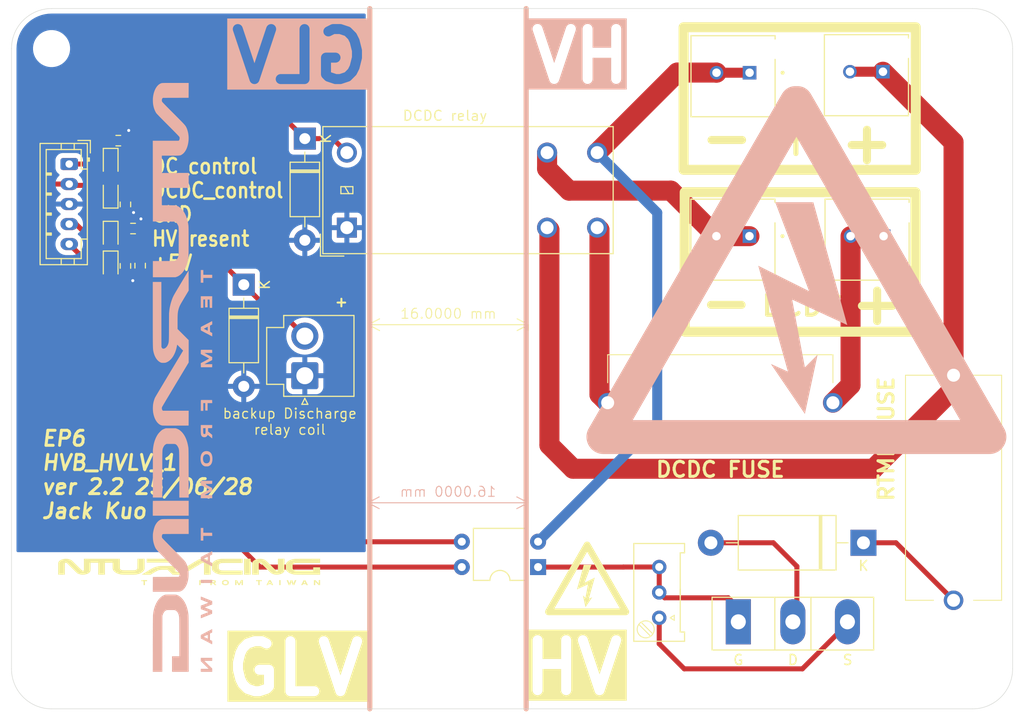
<source format=kicad_pcb>
(kicad_pcb (version 20240108) (generator "pcbnew") (generator_version "8.0")
  (title_block (title "HVB_HVLV_1") (date "2025-06-28") (rev "2.2") (company "NTURacing") (comment 1 "郭哲明 Jack Kuo") (comment 2 "Powertrain"))
  (layers (0 "F.Cu" signal) (31 "B.Cu" signal) (34 "B.Paste" user) (35 "F.Paste" user) (36 "B.SilkS" user "B.Silkscreen") (37 "F.SilkS" user "F.Silkscreen") (38 "B.Mask" user) (39 "F.Mask" user) (44 "Edge.Cuts" user))
  (net 0 "")
  (net 1 "Net-(D1-A)")
  (net 2 "Net-(D1-K)")
  (net 3 "GND")
  (net 4 "/DCDC_CONTROL")
  (net 5 "/DC_CONTROL")
  (net 6 "/HV+")
  (net 7 "Net-(F3-Pad2)")
  (net 8 "/DCDC+")
  (net 9 "/HV-")
  (net 10 "+5V")
  (net 11 "/HVpresent")
  (net 12 "/DCDC-")
  (net 13 "Net-(Q1-G)")
  (net 14 "Net-(Q1-S)")
  (net 15 "Net-(D4-K)")
  (net 16 "Net-(D5-K)")
  (net 17 "Net-(D6-K)")
  (net 18 "Net-(D7-K)")
  (footprint "Diode_THT:D_DO-201_P15.24mm_Horizontal" (layer "F.Cu") (at 185.1 78.4 180)
    (property "Reference" "D1" (hide yes))
    (property "Value" "1N5370B")
  )
  (footprint "MountingHole:MountingHole_3.2mm_M3" (layer "F.Cu") (at 104 29)
    (property "Reference" "H2" (hide yes))
    (property "Value" "MountingHole")
  )
  (footprint "Diode_THT:D_DO-41_SOD81_P10.16mm_Horizontal" (layer "F.Cu") (at 123.2 52.6 -90)
    (property "Reference" "D3" (hide yes))
    (property "Value" "1N4007")
  )
  (footprint "MountingHole:MountingHole_3.2mm_M3" (layer "F.Cu") (at 196 91)
    (property "Reference" "H4" (hide yes))
    (property "Value" "MountingHole")
  )
  (footprint "Resistor_SMD:R_0603_1608Metric" (layer "F.Cu") (at 111.379 44.577 -90)
    (property "Reference" "R4" (hide yes))
    (property "Value" "10k")
  )
  (footprint "LED_SMD:LED_0603_1608Metric" (layer "F.Cu") (at 109.9058 43.4594 90)
    (property "Reference" "D6" (hide yes))
    (property "Value" "RED LED")
  )
  (footprint "nturt_kicad_lib_EP6:HRS_DF33C-2P-3.3DSA" (layer "F.Cu") (at 172.074 31.4136)
    (property "Reference" "J2" (hide yes))
    (property "Value" "HV-")
  )
  (footprint "PCM_Package_TO_SOT_THT_AKL:TO-247-3_Vertical_GDS" (layer "F.Cu") (at 172.6 86.3)
    (property "Reference" "Q1" (hide yes))
    (property "Value" "IXTH6N100D2" (hide yes))
  )
  (footprint "LED_SMD:LED_0603_1608Metric" (layer "F.Cu") (at 109.9058 47.752 -90)
    (property "Reference" "D4" (hide yes))
    (property "Value" "RED LED")
  )
  (footprint "Relay_THT:Relay_DPST_Omron_G2RL-2A" (layer "F.Cu") (at 133.5 46.9 90)
    (property "Reference" "K1" (hide yes))
    (property "Value" "G2RG-2A-X DC24")
  )
  (footprint "Resistor_SMD:R_0603_1608Metric" (layer "F.Cu") (at 111.379 50.7238 -90)
    (property "Reference" "R3" (hide yes))
    (property "Value" "10k")
  )
  (footprint "Connector_JST:JST_VH_B2P-VH_1x02_P3.96mm_Vertical" (layer "F.Cu") (at 129.3 61.7 90)
    (property "Reference" "J4" (hide yes))
    (property "Value" "DC_CONTROL_COIL")
  )
  (footprint "nturt_kicad_lib_EP6:HRS_DF33C-2P-3.3DSA" (layer "F.Cu") (at 185.398 31.312)
    (property "Reference" "J1" (hide yes))
    (property "Value" "HV+")
  )
  (footprint "nturt_kicad_lib_EP6:Throughhole Potentiometer 3296W" (layer "F.Cu") (at 164.7 85.9 -90)
    (property "Reference" "RV1" (hide yes))
    (property "Value" "10K")
  )
  (footprint "SamacSys_Parts_EP6:65600001009" (layer "F.Cu") (at 194.1 72.9 90)
    (property "Reference" "F1" (hide yes))
    (property "Value" "500V/0.5A" (hide yes))
  )
  (footprint "LED_SMD:LED_0603_1608Metric" (layer "F.Cu") (at 109.9058 40.4622 -90)
    (property "Reference" "D7" (hide yes))
    (property "Value" "RED LED")
  )
  (footprint "Diode_THT:D_DO-41_SOD81_P10.16mm_Horizontal" (layer "F.Cu") (at 129.3 38 -90)
    (property "Reference" "D2" (hide yes))
    (property "Value" "1N4007")
  )
  (footprint "SamacSys_Parts_EP6:65600001009" (layer "F.Cu") (at 170.8 64.4 180)
    (property "Reference" "F3" (hide yes))
    (property "Value" "fuse" (hide yes))
  )
  (footprint "MountingHole:MountingHole_3.2mm_M3" (layer "F.Cu") (at 104 91)
    (property "Reference" "H3" (hide yes))
    (property "Value" "MountingHole")
  )
  (footprint "Connector_JST:JST_PH_B5B-PH-K_1x05_P2.00mm_Vertical" (layer "F.Cu") (at 105.7656 40.5422 -90)
    (property "Reference" "J3" (hide yes))
    (property "Value" "from LV")
  )
  (footprint "MountingHole:MountingHole_3.2mm_M3" (layer "F.Cu") (at 196 29)
    (property "Reference" "H1" (hide yes))
    (property "Value" "MountingHole")
  )
  (footprint "Package_DIP:DIP-4_W7.62mm" (layer "F.Cu") (at 152.6 80.829162 180)
    (property "Reference" "U1" (hide yes))
    (property "Value" "PC817")
  )
  (footprint "LED_SMD:LED_0603_1608Metric" (layer "F.Cu") (at 109.9058 50.7238 -90)
    (property "Reference" "D5" (hide yes))
    (property "Value" "RED LED")
  )
  (footprint "Resistor_SMD:R_0603_1608Metric" (layer "F.Cu") (at 112.141 46.99)
    (property "Reference" "R2" (hide yes))
    (property "Value" "10k")
  )
  (footprint "nturt_kicad_lib_EP6:HRS_DF33C-2P-3.3DSA" (layer "F.Cu") (at 185.4625 47.75)
    (property "Reference" "J6" (hide yes))
    (property "Value" "DCDC+")
  )
  (footprint "nturt_kicad_lib_EP6:HRS_DF33C-2P-3.3DSA" (layer "F.Cu") (at 172.0625 47.75)
    (property "Reference" "J5" (hide yes))
    (property "Value" "DCDC-")
  )
  (footprint "Resistor_SMD:R_0603_1608Metric" (layer "F.Cu") (at 112.8522 50.6984 -90)
    (property "Reference" "R1" (hide yes))
    (property "Value" "1M")
  )
  (footprint "Resistor_SMD:R_0603_1608Metric" (layer "F.Cu") (at 110.6678 38.2016)
    (property "Reference" "R5" (hide yes))
    (property "Value" "10k")
  )
  (gr_poly (pts (xy 114.113838 75.693372) (xy 117.7 75.693372) (xy 117.7 74.201126) (xy 115.917237 74.201126) (xy 115.223698 74.201969) (xy 114.653984 74.2043) (xy 114.267031 74.207821) (xy 114.160508 74.209934) (xy 114.121775 74.212233) (xy 114.119998 74.229515) (xy 114.118278 74.274571) (xy 114.115227 74.435876) (xy 114.113069 74.671892) (xy 114.11225 74.958359)) (stroke (width -0.000001)) (fill solid) (layer "B.SilkS"))
  (gr_line (start 135.7884 95) (end 135.7884 25) (stroke (width 0.5)) (layer "B.SilkS"))
  (gr_poly (pts (xy 119.160499 54.913001) (xy 119.160499 54.090677) (xy 119.247812 54.084327) (xy 119.335124 54.079564) (xy 119.335124 54.865375) (xy 119.589124 54.865375) (xy 119.589124 54.087502) (xy 119.676437 54.087502) (xy 119.694079 54.087431) (xy 119.711014 54.087229) (xy 119.726834 54.086916) (xy 119.741127 54.08651) (xy 119.753486 54.086029) (xy 119.763501 54.085493) (xy 119.770763 54.084919) (xy 119.773233 54.084624) (xy 119.774862 54.084327) (xy 119.776349 54.085928) (xy 119.777832 54.09178) (xy 119.780765 54.115381) (xy 119.783624 54.153419) (xy 119.786371 54.204182) (xy 119.791382 54.337036) (xy 119.7955 54.50025) (xy 119.803436 54.920939) (xy 120.041562 54.920939) (xy 120.046324 54.338325) (xy 120.049499 53.754125) (xy 118.9065 53.754125) (xy 118.9065 54.913001)) (stroke (width -0.000001)) (fill solid) (layer "B.SilkS"))
  (gr_poly (pts (xy 118.909675 80.000259) (xy 118.914437 80.171712) (xy 119.208124 80.327289) (xy 119.558242 80.510369) (xy 119.818319 80.64538) (xy 119.981658 80.728897) (xy 120.024958 80.750276) (xy 120.041562 80.757498) (xy 120.042417 80.756619) (xy 120.043199 80.75404) (xy 120.044538 80.744128) (xy 120.04558 80.728448) (xy 120.046325 80.70769) (xy 120.04692 80.653691) (xy 120.046324 80.587638) (xy 120.041562 80.416185) (xy 119.935199 80.360622) (xy 119.827249 80.305059) (xy 119.827249 79.684353) (xy 119.938374 79.630372) (xy 120.049499 79.576401) (xy 120.049499 79.230326) (xy 119.703424 79.409711) (xy 119.598097 79.464135) (xy 119.598097 79.809594) (xy 119.598649 79.809762) (xy 119.599487 79.811345) (xy 119.600218 79.814838) (xy 119.601378 79.82715) (xy 119.602166 79.8459) (xy 119.602618 79.870286) (xy 119.602668 79.932768) (xy 119.601824 80.008197) (xy 119.597062 80.1987) (xy 119.398625 80.098686) (xy 119.200187 80.000259) (xy 119.397037 79.901838) (xy 119.436563 79.882255) (xy 119.473634 79.864234) (xy 119.50743 79.848148) (xy 119.537134 79.834369) (xy 119.561926 79.823268) (xy 119.580988 79.815219) (xy 119.588115 79.812455) (xy 119.593502 79.810593) (xy 119.597047 79.80968) (xy 119.598097 79.809594) (xy 119.598097 79.464135) (xy 119.406562 79.563104) (xy 119.274353 79.632285) (xy 119.176375 79.684353) (xy 119.10206 79.724162) (xy 119.034293 79.759954) (xy 118.980814 79.78771) (xy 118.961851 79.797319) (xy 118.949362 79.803412) (xy 118.904912 79.827225)) (stroke (width -0.000001)) (fill solid) (layer "B.SilkS"))
  (gr_poly (pts (xy 119.160499 52.404751) (xy 119.160499 51.928502) (xy 120.049499 51.928502) (xy 120.049499 51.611) (xy 119.160499 51.611) (xy 119.160499 51.134751) (xy 118.9065 51.134751) (xy 118.9065 52.404751)) (stroke (width -0.000001)) (fill solid) (layer "B.SilkS"))
  (gr_poly (pts (xy 119.160499 65.215875) (xy 119.160499 64.437999) (xy 119.351 64.437999) (xy 119.351 65.179362) (xy 119.470062 65.18254) (xy 119.589124 65.185715) (xy 119.589124 64.437999) (xy 120.051086 64.437999) (xy 120.046324 64.284012) (xy 120.041562 64.128437) (xy 119.493874 64.123675) (xy 119.279413 64.123081) (xy 119.100968 64.123676) (xy 118.977292 64.125461) (xy 118.941852 64.1268) (xy 118.931757 64.127582) (xy 118.927137 64.128437) (xy 118.924289 64.130769) (xy 118.921692 64.136149) (xy 118.917215 64.157087) (xy 118.913631 64.193318) (xy 118.910865 64.246905) (xy 118.908843 64.319915) (xy 118.907492 64.414412) (xy 118.9065 64.676125) (xy 118.9065 65.215875)) (stroke (width -0.000001)) (fill solid) (layer "B.SilkS"))
  (gr_poly (pts (xy 178.199117 32.758881) (xy 178.096924 32.768368) (xy 177.995429 32.78458) (xy 177.894934 32.807707) (xy 177.795743 32.837941) (xy 177.746731 32.855784) (xy 177.698158 32.875475) (xy 177.650063 32.897039) (xy 177.602483 32.920501) (xy 177.555456 32.945883) (xy 177.509019 32.97321) (xy 177.463212 33.002506) (xy 177.418071 33.033795) (xy 177.373635 33.067101) (xy 177.329941 33.102448) (xy 177.287027 33.139859) (xy 177.244931 33.17936) (xy 177.203691 33.220974) (xy 177.163345 33.264724) (xy 177.12393 33.310636) (xy 177.085486 33.358732) (xy 177.048048 33.409038) (xy 177.011655 33.461576) (xy 176.976346 33.516372) (xy 176.942158 33.573448) (xy 157.655795 66.977624) (xy 157.655582 66.97773) (xy 157.655476 66.977783) (xy 157.65537 66.977835) (xy 157.599518 67.082879) (xy 157.552014 67.189512) (xy 157.512679 67.297409) (xy 157.481333 67.406248) (xy 157.457797 67.515706) (xy 157.441891 67.625461) (xy 157.433436 67.735189) (xy 157.432252 67.844568) (xy 157.438158 67.953276) (xy 157.450977 68.060989) (xy 157.470527 68.167385) (xy 157.496629 68.272141) (xy 157.529105 68.374935) (xy 157.567773 68.475442) (xy 157.612455 68.573342) (xy 157.66297 68.668311) (xy 157.71914 68.760026) (xy 157.780783 68.848164) (xy 157.847722 68.932404) (xy 157.919776 69.012421) (xy 157.996766 69.087894) (xy 158.078511 69.1585) (xy 158.164833 69.223915) (xy 158.255552 69.283818) (xy 158.350487 69.337885) (xy 158.44946 69.385793) (xy 158.552291 69.42722) (xy 158.6588 69.461844) (xy 158.768807 69.489341) (xy 158.882133 69.509389) (xy 158.998598 69.521664) (xy 159.118023 69.525845) (xy 197.690746 69.525845) (xy 197.810134 69.521688) (xy 197.926567 69.509433) (xy 198.039866 69.489403) (xy 198.149849 69.461921) (xy 198.256338 69.42731) (xy 198.359152 69.385892) (xy 198.458111 69.33799) (xy 198.553035 69.283928) (xy 198.643745 69.224029) (xy 198.73006 69.158614) (xy 198.811801 69.088008) (xy 198.888787 69.012532) (xy 198.960839 68.932511) (xy 199.027777 68.848267) (xy 199.08942 68.760122) (xy 199.14559 68.6684) (xy 199.196105 68.573424) (xy 199.240786 68.475516) (xy 199.279453 68.375) (xy 199.311926 68.272198) (xy 199.338025 68.167433) (xy 199.35757 68.061028) (xy 199.370382 67.953307) (xy 199.37628 67.844592) (xy 199.375084 67.735205) (xy 199.366614 67.62547) (xy 199.350691 67.515711) (xy 199.327135 67.406248) (xy 199.295765 67.297407) (xy 199.256401 67.189509) (xy 199.208865 67.082877) (xy 199.152975 66.977835) (xy 198.668504 66.138717) (xy 194.75708 66.138717) (xy 162.051052 66.138717) (xy 178.404068 37.814897) (xy 194.75708 66.138717) (xy 198.668504 66.138717) (xy 179.866613 33.573307) (xy 179.797111 33.461461) (xy 179.723269 33.358647) (xy 179.645393 33.26467) (xy 179.563786 33.179337) (xy 179.478752 33.102456) (xy 179.390598 33.033833) (xy 179.299627 32.973275) (xy 179.206143 32.920589) (xy 179.110452 32.875582) (xy 179.012858 32.83806) (xy 178.913665 32.80783) (xy 178.813179 32.7847) (xy 178.711703 32.768476) (xy 178.609542 32.758964) (xy 178.507001 32.755973) (xy 178.404385 32.759308) (xy 178.301705 32.755924)) (stroke (width -0.000001)) (fill solid) (layer "B.SilkS"))
  (gr_poly (pts (xy 119.160499 78.185746) (xy 119.160499 77.7095) (xy 120.051086 77.7095) (xy 120.046324 77.55551) (xy 120.041562 77.399938) (xy 119.600237 77.395176) (xy 119.160499 77.392001) (xy 119.160499 76.915749) (xy 118.9065 76.915749) (xy 118.9065 78.185746)) (stroke (width -0.000001)) (fill solid) (layer "B.SilkS"))
  (gr_poly (pts (xy 118.909675 82.262449) (xy 118.914437 82.416439) (xy 120.041562 82.416439) (xy 120.046324 82.262449) (xy 120.051086 82.106871) (xy 118.904912 82.106871)) (stroke (width -0.000001)) (fill solid) (layer "B.SilkS"))
  (gr_poly (pts (xy 114.117013 42.249514) (xy 114.120188 46.284939) (xy 115.215563 46.292877) (xy 116.310938 46.300814) (xy 116.38555 46.343677) (xy 116.401369 46.353769) (xy 116.416705 46.364436) (xy 116.431594 46.37573) (xy 116.446073 46.387706) (xy 116.460181 46.400416) (xy 116.473954 46.413915) (xy 116.487429 46.428255) (xy 116.500644 46.443491) (xy 116.513635 46.459676) (xy 116.526441 46.476863) (xy 116.539097 46.495105) (xy 116.551642 46.514457) (xy 116.564113 46.534972) (xy 116.576546 46.556702) (xy 116.588979 46.579703) (xy 116.60145 46.604026) (xy 116.637925 46.676803) (xy 116.66495 46.744222) (xy 116.67536 46.782759) (xy 116.683938 46.828161) (xy 116.696303 46.950498) (xy 116.703459 47.13311) (xy 116.70682 47.397875) (xy 116.707813 48.261377) (xy 116.707692 48.683878) (xy 116.707143 49.010403) (xy 116.705887 49.254665) (xy 116.704907 49.35023) (xy 116.703645 49.430372) (xy 116.702068 49.496802) (xy 116.700139 49.551236) (xy 116.697824 49.595386) (xy 116.695088 49.630967) (xy 116.691896 49.659693) (xy 116.688213 49.683277) (xy 116.684006 49.703433) (xy 116.679237 49.721876) (xy 116.666375 49.763937) (xy 116.652244 49.804913) (xy 116.636912 49.844684) (xy 116.62045 49.883132) (xy 116.602928 49.920138) (xy 116.584415 49.955583) (xy 116.564982 49.98935) (xy 116.544697 50.021319) (xy 116.523631 50.051371) (xy 116.501853 50.079389) (xy 116.479434 50.105254) (xy 116.456442 50.128846) (xy 116.444753 50.139754) (xy 116.432948 50.150048) (xy 116.421035 50.159716) (xy 116.409022 50.168741) (xy 116.396918 50.17711) (xy 116.384732 50.184806) (xy 116.372474 50.191816) (xy 116.36015 50.198125) (xy 116.334843 50.209135) (xy 116.301462 50.217448) (xy 116.247022 50.223491) (xy 116.158537 50.227693) (xy 115.827494 50.232282) (xy 115.20445 50.234638) (xy 114.120188 50.237813) (xy 114.120188 51.857063) (xy 116.374437 51.857063) (xy 116.485563 51.820553) (xy 116.516356 51.809665) (xy 116.546846 51.797822) (xy 116.57706 51.784998) (xy 116.607031 51.771166) (xy 116.636788 51.756303) (xy 116.666361 51.740381) (xy 116.69578 51.723375) (xy 116.725077 51.70526) (xy 116.75428 51.686011) (xy 116.78342 51.665601) (xy 116.812528 51.644005) (xy 116.841634 51.621197) (xy 116.870767 51.597152) (xy 116.899959 51.571844) (xy 116.929239 51.545248) (xy 116.958637 51.517339) (xy 117.023391 51.451364) (xy 117.085473 51.380885) (xy 117.144853 51.305974) (xy 117.2015 51.226702) (xy 117.255385 51.143143) (xy 117.306477 51.055367) (xy 117.354745 50.963447) (xy 117.400161 50.867456) (xy 117.442693 50.767465) (xy 117.482311 50.663546) (xy 117.518985 50.555772) (xy 117.552685 50.444214) (xy 117.58338 50.328945) (xy 117.611041 50.210036) (xy 117.635637 50.08756) (xy 117.657137 49.961589) (xy 117.677328 49.803335) (xy 117.683536 49.705195) (xy 117.687697 49.569476) (xy 117.691517 49.110589) (xy 117.692063 48.277251) (xy 117.69107 47.580016) (xy 117.689718 47.318008) (xy 117.687697 47.107066) (xy 117.684931 46.942186) (xy 117.681347 46.818364) (xy 117.676869 46.730596) (xy 117.671425 46.673877) (xy 117.650703 46.535772) (xy 117.626646 46.401878) (xy 117.599269 46.27224) (xy 117.568585 46.146901) (xy 117.534608 46.025906) (xy 117.497352 45.9093) (xy 117.456831 45.797126) (xy 117.413059 45.689428) (xy 117.366051 45.586251) (xy 117.315819 45.487639) (xy 117.262378 45.393636) (xy 117.205742 45.304286) (xy 117.145925 45.219633) (xy 117.08294 45.139722) (xy 117.016802 45.064597) (xy 116.947525 44.994302) (xy 116.919302 44.967723) (xy 116.891699 44.942699) (xy 116.864594 44.91915) (xy 116.837864 44.896993) (xy 116.811384 44.876148) (xy 116.785033 44.856534) (xy 116.758686 44.838068) (xy 116.73222 44.820669) (xy 116.705513 44.804257) (xy 116.67844 44.788749) (xy 116.65088 44.774064) (xy 116.622707 44.760121) (xy 116.5938 44.746839) (xy 116.564035 44.734135) (xy 116.533288 44.721929) (xy 116.501437 44.71014) (xy 116.374437 44.665689) (xy 115.694987 44.660928) (xy 115.017125 44.656164) (xy 115.017125 42.927377) (xy 117.7 42.927377) (xy 117.7 41.435126) (xy 115.017125 41.435126) (xy 115.017125 39.704752) (xy 115.880725 39.704752) (xy 116.203285 39.704504) (xy 116.334465 39.703915) (xy 116.447859 39.702768) (xy 116.54518 39.700876) (xy 116.62814 39.698055) (xy 116.664768 39.696237) (xy 116.698448 39.694117) (xy 116.729394 39.691671) (xy 116.757818 39.688877) (xy 116.783936 39.68571) (xy 116.807961 39.682149) (xy 116.830107 39.678168) (xy 116.850588 39.673746) (xy 116.869618 39.668859) (xy 116.887411 39.663483) (xy 116.90418 39.657596) (xy 116.92014 39.651174) (xy 116.935505 39.644193) (xy 116.950489 39.636632) (xy 116.965305 39.628466) (xy 116.980168 39.619672) (xy 117.010888 39.600107) (xy 117.044362 39.577751) (xy 117.107916 39.531387) (xy 117.168739 39.478744) (xy 117.226744 39.420017) (xy 117.281842 39.355403) (xy 117.333945 39.285095) (xy 117.382965 39.209291) (xy 117.428812 39.128184) (xy 117.4714 39.041971) (xy 117.510638 38.950846) (xy 117.54644 38.855006) (xy 117.578717 38.754644) (xy 117.607379 38.649958) (xy 117.63234 38.541141) (xy 117.65351 38.42839) (xy 117.670801 38.311899) (xy 117.684125 38.191865) (xy 117.690458 38.109979) (xy 117.69401 38.027022) (xy 117.694827 37.94326) (xy 117.692955 37.858961) (xy 117.688443 37.774392) (xy 117.681334 37.689821) (xy 117.671678 37.605515) (xy 117.659519 37.521741) (xy 117.644904 37.438768) (xy 117.62788 37.356861) (xy 117.608494 37.27629) (xy 117.586792 37.197321) (xy 117.562819 37.120221) (xy 117.536624 37.045259) (xy 117.508252 36.972701) (xy 117.47775 36.902815) (xy 117.439086 36.82464) (xy 117.392571 36.748009) (xy 117.362102 36.705593) (xy 117.32455 36.657946) (xy 117.221369 36.539476) (xy 117.069372 36.377622) (xy 116.854904 36.157409) (xy 116.183937 35.482002) (xy 115.911749 35.20929) (xy 115.678964 34.97492) (xy 115.484352 34.777645) (xy 115.326688 34.61622) (xy 115.204742 34.489396) (xy 115.117286 34.395929) (xy 115.086109 34.361315) (xy 115.063094 34.334572) (xy 115.048088 34.315545) (xy 115.040938 34.304078) (xy 115.033362 34.282612) (xy 115.027286 34.260043) (xy 115.022684 34.23661) (xy 115.019531 34.212548) (xy 115.017801 34.188096) (xy 115.017469 34.163491) (xy 115.018509 34.138969) (xy 115.020895 34.114768) (xy 115.024602 34.091125) (xy 115.029605 34.068278) (xy 115.035877 34.046463) (xy 115.043393 34.025918) (xy 115.052128 34.00688) (xy 115.056944 33.998) (xy 115.062056 33.989585) (xy 115.067459 33.981666) (xy 115.073151 33.974272) (xy 115.079128 33.967433) (xy 115.085387 33.961178) (xy 115.1219 33.926252) (xy 116.407775 33.923078) (xy 117.692063 33.918315) (xy 117.696825 33.176953) (xy 117.7 32.434003) (xy 116.374437 32.434003) (xy 115.94615 32.43413) (xy 115.620201 32.434722) (xy 115.490796 32.435291) (xy 115.381205 32.436096) (xy 115.289506 32.437174) (xy 115.213777 32.438567) (xy 115.152092 32.440313) (xy 115.102531 32.442452) (xy 115.081695 32.443681) (xy 115.063168 32.445023) (xy 115.046711 32.446484) (xy 115.032082 32.448067) (xy 115.019042 32.449778) (xy 115.007349 32.451622) (xy 114.996764 32.453604) (xy 114.987046 32.455728) (xy 114.96925 32.460425) (xy 114.952037 32.465753) (xy 114.873248 32.497637) (xy 114.797157 32.538889) (xy 114.723968 32.589164) (xy 114.653885 32.648117) (xy 114.587114 32.715404) (xy 114.523859 32.790682) (xy 114.464325 32.873605) (xy 114.408716 32.963831) (xy 114.357237 33.061014) (xy 114.310092 33.164811) (xy 114.267487 33.274877) (xy 114.229626 33.390868) (xy 114.196713 33.512441) (xy 114.168954 33.63925) (xy 114.146552 33.770952) (xy 114.129713 33.907203) (xy 114.124405 33.974861) (xy 114.121478 34.05675) (xy 114.120783 34.148053) (xy 114.122172 34.243951) (xy 114.125496 34.339626) (xy 114.130606 34.430259) (xy 114.137353 34.511032) (xy 114.145588 34.577127) (xy 114.155989 34.640145) (xy 114.167552 34.70183) (xy 114.180288 34.762226) (xy 114.194205 34.821379) (xy 114.209312 34.879332) (xy 114.22562 34.936129) (xy 114.243137 34.991814) (xy 114.261872 35.046432) (xy 114.281835 35.100027) (xy 114.303035 35.152643) (xy 114.325482 35.204324) (xy 114.349184 35.255114) (xy 114.374152 35.305058) (xy 114.400394 35.3542) (xy 114.427919 35.402583) (xy 114.456737 35.450252) (xy 114.488004 35.488876) (xy 114.554766 35.562196) (xy 114.789716 35.807638) (xy 115.151467 36.176013) (xy 115.6299 36.656752) (xy 115.90202 36.92992) (xy 116.134626 37.164504) (xy 116.328983 37.361807) (xy 116.486356 37.523131) (xy 116.608011 37.649777) (xy 116.695212 37.743049) (xy 116.726287 37.777576) (xy 116.749224 37.804248) (xy 116.764179 37.823227) (xy 116.771312 37.834677) (xy 116.778888 37.855742) (xy 116.784964 37.877735) (xy 116.789566 37.900467) (xy 116.792719 37.923751) (xy 116.794448 37.947397) (xy 116.794781 37.971218) (xy 116.793741 37.995024) (xy 116.791355 38.018629) (xy 116.787647 38.041842) (xy 116.782645 38.064477) (xy 116.776373 38.086344) (xy 116.768857 38.107256) (xy 116.760122 38.127023) (xy 116.750194 38.145458) (xy 116.739099 38.162372) (xy 116.733122 38.1702) (xy 116.726862 38.177577) (xy 116.695112 38.212502) (xy 114.11225 38.212502)) (stroke (width -0.000001)) (fill solid) (layer "B.SilkS"))
  (gr_poly (pts (xy 119.279562 84.237296) (xy 119.424248 84.295092) (xy 119.542888 84.34366) (xy 119.588582 84.362903) (xy 119.623132 84.377941) (xy 119.644994 84.388142) (xy 119.650685 84.391231) (xy 119.652135 84.392238) (xy 119.652624 84.392873) (xy 119.650685 84.394497) (xy 119.644994 84.397531) (xy 119.623132 84.407508) (xy 119.542888 84.440896) (xy 119.424248 84.487976) (xy 119.279562 84.543688) (xy 118.9065 84.68656) (xy 118.909675 84.8596) (xy 118.914437 85.031047) (xy 118.985874 85.059623) (xy 119.373225 85.2025) (xy 119.687549 85.318389) (xy 119.301787 85.472374) (xy 118.914437 85.627951) (xy 118.909675 85.788285) (xy 118.909299 85.820696) (xy 118.909352 85.850819) (xy 118.909814 85.878002) (xy 118.910666 85.901595) (xy 118.911233 85.911841) (xy 118.911891 85.920946) (xy 118.912637 85.928828) (xy 118.913469 85.935404) (xy 118.914385 85.940595) (xy 118.915383 85.944319) (xy 118.915911 85.945605) (xy 118.916459 85.946493) (xy 118.917026 85.946974) (xy 118.917612 85.947038) (xy 118.966006 85.929228) (xy 119.08926 85.880759) (xy 119.485937 85.721609) (xy 120.041562 85.496186) (xy 120.041562 85.150112) (xy 119.671675 85.007234) (xy 119.528973 84.950853) (xy 119.467101 84.925891) (xy 119.413508 84.90385) (xy 119.369662 84.885306) (xy 119.337035 84.870836) (xy 119.325387 84.865309) (xy 119.317095 84.861017) (xy 119.312342 84.858032) (xy 119.31135 84.857051) (xy 119.311312 84.856425) (xy 119.316477 84.853349) (xy 119.327931 84.847892) (xy 119.366874 84.831025) (xy 119.422486 84.808204) (xy 119.489112 84.781811) (xy 119.667507 84.712754) (xy 119.854237 84.638934) (xy 120.049499 84.564326) (xy 120.049499 84.224601) (xy 119.489112 83.999173) (xy 119.271674 83.911713) (xy 119.091443 83.840028) (xy 118.967172 83.79156) (xy 118.931881 83.778357) (xy 118.917612 83.77375) (xy 118.917022 83.773957) (xy 118.916441 83.774573) (xy 118.915311 83.776987) (xy 118.914228 83.780908) (xy 118.913197 83.786252) (xy 118.911305 83.800874) (xy 118.909674 83.820185) (xy 118.908341 83.843514) (xy 118.907343 83.870192) (xy 118.906717 83.899549) (xy 118.9065 83.930915) (xy 118.9065 84.088074)) (stroke (width -0.000001)) (fill solid) (layer "B.SilkS"))
  (gr_poly (pts (xy 119.297024 90.614288) (xy 119.687549 90.996871) (xy 118.9065 90.996871) (xy 118.9065 91.2985) (xy 120.049499 91.2985) (xy 120.049499 90.968295) (xy 119.655799 90.585713) (xy 119.263687 90.203125) (xy 120.049499 90.203125) (xy 120.049499 89.901495) (xy 118.9065 89.901495) (xy 118.9065 90.2317)) (stroke (width -0.000001)) (fill solid) (layer "B.SilkS"))
  (gr_poly (pts (xy 118.909675 72.412013) (xy 118.914437 72.621561) (xy 119.330362 72.843809) (xy 119.492708 72.930677) (xy 119.625438 73.002958) (xy 119.676465 73.031304) (xy 119.715008 73.053214) (xy 119.739376 73.067756) (xy 119.745715 73.071973) (xy 119.747874 73.074) (xy 119.740241 73.079743) (xy 119.718357 73.092852) (xy 119.63794 73.137897) (xy 119.518828 73.202587) (xy 119.373225 73.280373) (xy 119.095015 73.428806) (xy 118.952537 73.505796) (xy 118.9065 73.534377) (xy 118.9065 73.947122) (xy 120.051086 73.947122) (xy 120.046324 73.793138) (xy 120.041562 73.63756) (xy 119.670086 73.634385) (xy 119.526046 73.632922) (xy 119.407157 73.631012) (xy 119.361098 73.629936) (xy 119.32607 73.628804) (xy 119.303656 73.627635) (xy 119.297673 73.627043) (xy 119.295437 73.626448) (xy 119.2968 73.624847) (xy 119.301954 73.621299) (xy 119.322871 73.608765) (xy 119.401799 73.564737) (xy 119.520018 73.500766) (xy 119.665324 73.42325) (xy 120.041562 73.22481) (xy 120.041562 72.923185) (xy 119.660562 72.721575) (xy 119.603556 72.691039) (xy 119.552621 72.663618) (xy 119.507505 72.639156) (xy 119.467953 72.617494) (xy 119.433713 72.598473) (xy 119.404531 72.581936) (xy 119.391757 72.574549) (xy 119.380153 72.567724) (xy 119.369686 72.561441) (xy 119.360326 72.55568) (xy 119.352039 72.550422) (xy 119.344796 72.545645) (xy 119.338563 72.541332) (xy 119.33331 72.537462) (xy 119.329005 72.534014) (xy 119.325615 72.530971) (xy 119.323109 72.528311) (xy 119.322178 72.527118) (xy 119.321457 72.526014) (xy 119.32094 72.524997) (xy 119.320625 72.524062) (xy 119.320507 72.523209) (xy 119.320582 72.522435) (xy 119.320847 72.521737) (xy 119.321297 72.521112) (xy 119.321928 72.520559) (xy 119.322737 72.520074) (xy 119.32372 72.519656) (xy 119.324872 72.519301) (xy 119.327669 72.518773) (xy 119.331097 72.518471) (xy 119.335124 72.518375) (xy 119.469665 72.517185) (xy 119.716124 72.513612) (xy 120.041562 72.510437) (xy 120.046324 72.35645) (xy 120.051086 72.200875) (xy 118.904912 72.200875)) (stroke (width -0.000001)) (fill solid) (layer "B.SilkS"))
  (gr_poly (pts (xy 118.906574 57.01946) (xy 118.906797 57.038656) (xy 118.907169 57.056578) (xy 118.90769 57.07324) (xy 118.90836 57.088655) (xy 118.909178 57.102838) (xy 118.910146 57.115802) (xy 118.911262 57.127562) (xy 118.912527 57.138131) (xy 118.913941 57.147524) (xy 118.915504 57.155754) (xy 118.917215 57.162835) (xy 118.919075 57.168781) (xy 118.920061 57.171333) (xy 118.921084 57.173606) (xy 118.922145 57.175603) (xy 118.923242 57.177325) (xy 118.924377 57.178773) (xy 118.925549 57.17995) (xy 118.962955 57.201084) (xy 119.049771 57.247817) (xy 119.172901 57.313003) (xy 119.319249 57.389501) (xy 119.635162 57.554205) (xy 119.771984 57.626139) (xy 119.870112 57.678427) (xy 120.049499 57.772089) (xy 120.049499 57.422839) (xy 119.94155 57.368863) (xy 119.835187 57.31489) (xy 119.830424 57.00374) (xy 119.827249 56.691001) (xy 119.938374 56.635438) (xy 120.049499 56.579874) (xy 120.049499 56.413187) (xy 120.049412 56.382037) (xy 120.049099 56.354562) (xy 120.048484 56.330602) (xy 120.048039 56.319892) (xy 120.04749 56.310001) (xy 120.046827 56.30091) (xy 120.04604 56.292599) (xy 120.04512 56.285048) (xy 120.044058 56.278238) (xy 120.042843 56.272149) (xy 120.041466 56.266762) (xy 120.039918 56.262055) (xy 120.038188 56.25801) (xy 120.036268 56.254607) (xy 120.034148 56.251826) (xy 120.033009 56.250663) (xy 120.031817 56.249647) (xy 120.030571 56.248778) (xy 120.029268 56.248051) (xy 120.027908 56.247465) (xy 120.026489 56.247018) (xy 120.023472 56.246527) (xy 120.020206 56.24656) (xy 120.016682 56.247096) (xy 120.012892 56.248116) (xy 120.008824 56.2496) (xy 120.004469 56.251528) (xy 119.999819 56.253881) (xy 119.994862 56.256638) (xy 119.98959 56.25978) (xy 119.978062 56.26714) (xy 119.927584 56.295739) (xy 119.813557 56.356634) (xy 119.604999 56.465565) (xy 119.604999 56.802125) (xy 119.604999 57.000563) (xy 119.604854 57.040539) (xy 119.604429 57.07778) (xy 119.603744 57.111487) (xy 119.602816 57.140859) (xy 119.601666 57.165096) (xy 119.600311 57.183399) (xy 119.599563 57.190074) (xy 119.59877 57.194967) (xy 119.597936 57.197975) (xy 119.597503 57.198742) (xy 119.597062 57.199) (xy 119.591465 57.197057) (xy 119.578781 57.191485) (xy 119.535348 57.171022) (xy 119.473162 57.140736) (xy 119.398625 57.103752) (xy 119.324657 57.06647) (xy 119.292305 57.049922) (xy 119.264084 57.03529) (xy 119.240774 57.022965) (xy 119.223156 57.013338) (xy 119.212013 57.0068) (xy 119.209113 57.004811) (xy 119.208374 57.004158) (xy 119.208124 57.00374) (xy 119.212158 57.001129) (xy 119.223726 56.99476) (xy 119.266266 56.972386) (xy 119.406562 56.900551) (xy 119.604999 56.802125) (xy 119.604999 56.465565) (xy 119.462124 56.540189) (xy 119.271153 56.638638) (xy 119.109501 56.722949) (xy 118.941424 56.81165) (xy 118.9358 56.815725) (xy 118.930808 56.819764) (xy 118.926411 56.823995) (xy 118.922573 56.828641) (xy 118.919255 56.83393) (xy 118.916421 56.840086) (xy 118.914034 56.847335) (xy 118.912056 56.855902) (xy 118.91045 56.866013) (xy 118.909178 56.877894) (xy 118.908205 56.891771) (xy 118.907492 56.907868) (xy 118.906698 56.947626) (xy 118.9065 56.998975)) (stroke (width -0.000001)) (fill solid) (layer "B.SilkS"))
  (gr_poly (pts (xy 118.909675 60.650226) (xy 118.914437 60.858187) (xy 120.041562 60.858187) (xy 120.046324 60.704202) (xy 120.051086 60.548625) (xy 119.263687 60.548625) (xy 119.652624 60.34384) (xy 120.041562 60.139049) (xy 120.046324 59.989827) (xy 120.051086 59.840603) (xy 119.662149 59.635812) (xy 119.273212 59.429437) (xy 119.662149 59.424674) (xy 120.051086 59.421499) (xy 120.046324 59.265924) (xy 120.041562 59.111937) (xy 119.493874 59.107175) (xy 119.279413 59.10658) (xy 119.100968 59.107176) (xy 118.977292 59.108961) (xy 118.941852 59.1103) (xy 118.931757 59.111081) (xy 118.927137 59.111937) (xy 118.924289 59.113454) (xy 118.921692 59.11626) (xy 118.919337 59.120414) (xy 118.917215 59.125977) (xy 118.915316 59.13301) (xy 118.913631 59.141574) (xy 118.910865 59.163533) (xy 118.908843 59.192338) (xy 118.907492 59.228473) (xy 118.906735 59.272421) (xy 118.9065 59.324665) (xy 118.9065 59.531041) (xy 119.328774 59.756464) (xy 119.389461 59.788876) (xy 119.44428 59.818339) (xy 119.493468 59.844993) (xy 119.537258 59.868978) (xy 119.575885 59.890433) (xy 119.609585 59.909497) (xy 119.638592 59.92631) (xy 119.663141 59.941011) (xy 119.683468 59.953741) (xy 119.692121 59.95941) (xy 119.699806 59.964638) (xy 119.706553 59.969443) (xy 119.712391 59.973842) (xy 119.717349 59.977853) (xy 119.721457 59.981493) (xy 119.724745 59.984779) (xy 119.72724 59.98773) (xy 119.728974 59.990362) (xy 119.729975 59.992692) (xy 119.730209 59.99375) (xy 119.730272 59.994739) (xy 119.730166 59.995662) (xy 119.729895 59.99652) (xy 119.729463 59.997316) (xy 119.728874 59.998052) (xy 119.727237 59.999352) (xy 119.686706 60.023064) (xy 119.59349 60.074757) (xy 119.304961 60.231125) (xy 118.904912 60.443854)) (stroke (width -0.000001)) (fill solid) (layer "B.SilkS"))
  (gr_poly (pts (xy 115.434637 83.297498) (xy 115.816657 83.297321) (xy 116.121157 83.29668) (xy 116.357381 83.295405) (xy 116.534576 83.293331) (xy 116.661989 83.290289) (xy 116.709915 83.288353) (xy 116.748864 83.286113) (xy 116.779989 83.283546) (xy 116.804448 83.280634) (xy 116.823395 83.277354) (xy 116.837987 83.273685) (xy 116.886046 83.257455) (xy 116.93316 83.2377) (xy 116.979284 83.21451) (xy 117.024376 83.18798) (xy 117.111284 83.125265) (xy 117.193537 83.050296) (xy 117.270786 82.963811) (xy 117.342682 82.866549) (xy 117.408876 82.759251) (xy 117.469019 82.642656) (xy 117.522762 82.517503) (xy 117.569757 82.384532) (xy 117.609654 82.244482) (xy 117.642106 82.098093) (xy 117.666762 81.946104) (xy 117.683275 81.789255) (xy 117.691296 81.628286) (xy 117.690475 81.463935) (xy 117.686809 81.383973) (xy 117.681161 81.3054) (xy 117.673523 81.22819) (xy 117.663884 81.152316) (xy 117.652237 81.077754) (xy 117.638571 81.004478) (xy 117.622877 80.932462) (xy 117.605147 80.86168) (xy 117.58537 80.792108) (xy 117.563537 80.723719) (xy 117.539639 80.656489) (xy 117.513667 80.59039) (xy 117.485611 80.525399) (xy 117.455463 80.461488) (xy 117.423212 80.398634) (xy 117.38885 80.336809) (xy 117.359748 80.291777) (xy 117.315874 80.235509) (xy 117.24737 80.157659) (xy 117.144375 80.047886) (xy 116.795472 79.691195) (xy 116.190288 79.082687) (xy 115.682982 78.571685) (xy 115.487298 78.373028) (xy 115.328672 78.210555) (xy 115.205914 78.082981) (xy 115.117832 77.989024) (xy 115.086423 77.95425) (xy 115.063237 77.927399) (xy 115.048125 77.90831) (xy 115.040938 77.896822) (xy 115.036718 77.885435) (xy 115.032984 77.873626) (xy 115.029728 77.861438) (xy 115.026942 77.848913) (xy 115.024618 77.836096) (xy 115.02275 77.823028) (xy 115.02035 77.796316) (xy 115.019679 77.769119) (xy 115.020678 77.741783) (xy 115.023287 77.714651) (xy 115.027444 77.688068) (xy 115.033089 77.662379) (xy 115.040162 77.637926) (xy 115.048603 77.615055) (xy 115.053317 77.60432) (xy 115.05835 77.594109) (xy 115.063695 77.584466) (xy 115.069344 77.575433) (xy 115.07529 77.567054) (xy 115.081524 77.559371) (xy 115.08804 77.552428) (xy 115.094829 77.546267) (xy 115.101885 77.540932) (xy 115.1092 77.536465) (xy 115.135595 77.532067) (xy 115.198918 77.528376) (xy 115.441186 77.522967) (xy 115.845676 77.51994) (xy 116.422062 77.518997) (xy 117.701588 77.518997) (xy 117.7 76.772872) (xy 117.698412 76.026752) (xy 116.382375 76.026752) (xy 115.960478 76.026879) (xy 115.638482 76.027471) (xy 115.510262 76.02804) (xy 115.401393 76.028844) (xy 115.310002 76.029923) (xy 115.234216 76.031315) (xy 115.172158 76.033061) (xy 115.121956 76.0352) (xy 115.081734 76.037771) (xy 115.049619 76.040814) (xy 115.036016 76.042525) (xy 115.023736 76.044368) (xy 115.012546 76.04635) (xy 115.002211 76.048474) (xy 114.98317 76.05317) (xy 114.964737 76.058497) (xy 114.920881 76.073834) (xy 114.877465 76.092413) (xy 114.834556 76.114164) (xy 114.792221 76.139016) (xy 114.750528 76.166901) (xy 114.709544 76.197748) (xy 114.669337 76.231488) (xy 114.629973 76.268051) (xy 114.591522 76.307367) (xy 114.554049 76.349367) (xy 114.517623 76.393981) (xy 114.482311 76.441138) (xy 114.44818 76.49077) (xy 114.415298 76.542806) (xy 114.383732 76.597177) (xy 114.35355 76.653813) (xy 114.335391 76.691623) (xy 114.317298 76.733351) (xy 114.299372 76.778601) (xy 114.281716 76.826973) (xy 114.247622 76.931496) (xy 114.215834 77.04374) (xy 114.187173 77.160524) (xy 114.162455 77.278665) (xy 114.142499 77.394983) (xy 114.128125 77.506297) (xy 114.123276 77.572976) (xy 114.120585 77.653365) (xy 114.119977 77.743019) (xy 114.121378 77.837491) (xy 114.124715 77.932336) (xy 114.129911 78.023106) (xy 114.136894 78.105356) (xy 114.145588 78.174639) (xy 114.156964 78.242442) (xy 114.171707 78.314933) (xy 114.189315 78.390402) (xy 114.209286 78.467135) (xy 114.231117 78.543422) (xy 114.254307 78.617551) (xy 114.278352 78.68781) (xy 114.30275 78.752487) (xy 114.347061 78.857129) (xy 114.370061 78.904595) (xy 114.396189 78.951743) (xy 114.427368 79.00076) (xy 114.465522 79.053836) (xy 114.512572 79.113157) (xy 114.570442 79.180913) (xy 114.726337 79.350482) (xy 114.94859 79.580046) (xy 115.653713 80.289189) (xy 116.086058 80.725601) (xy 116.441906 81.088492) (xy 116.579702 81.23074) (xy 116.684645 81.340656) (xy 116.752157 81.413587) (xy 116.770446 81.434731) (xy 116.777662 81.444885) (xy 116.781044 81.454451) (xy 116.784051 81.464376) (xy 116.788958 81.485174) (xy 116.792428 81.507024) (xy 116.794505 81.529668) (xy 116.795233 81.552852) (xy 116.794657 81.57632) (xy 116.79282 81.599816) (xy 116.789767 81.623084) (xy 116.785542 81.645867) (xy 116.780189 81.667912) (xy 116.773753 81.688961) (xy 116.766277 81.708759) (xy 116.757806 81.727049) (xy 116.748383 81.743577) (xy 116.743329 81.7511) (xy 116.738054 81.758087) (xy 116.732563 81.764504) (xy 116.726862 81.770322) (xy 116.69035 81.805247) (xy 115.404475 81.808422) (xy 114.120188 81.813185) (xy 114.117013 82.556135) (xy 114.113838 83.297498)) (stroke (width -0.000001)) (fill solid) (layer "B.SilkS"))
  (gr_poly (pts (xy 115.06475 91.2985) (xy 115.067925 88.501326) (xy 115.072688 85.702559) (xy 115.1092 85.599376) (xy 115.125483 85.556451) (xy 115.142202 85.515761) (xy 115.159387 85.477271) (xy 115.177065 85.440946) (xy 115.195264 85.406752) (xy 115.214012 85.374653) (xy 115.233336 85.344614) (xy 115.253265 85.316601) (xy 115.273827 85.290578) (xy 115.295049 85.266511) (xy 115.316959 85.244365) (xy 115.339586 85.224104) (xy 115.362957 85.205695) (xy 115.387099 85.189102) (xy 115.412042 85.17429) (xy 115.437813 85.161224) (xy 115.464447 85.149104) (xy 115.477222 85.14415) (xy 115.490448 85.139867) (xy 115.504735 85.136208) (xy 115.520691 85.133123) (xy 115.538926 85.130564) (xy 115.56005 85.128482) (xy 115.613399 85.125552) (xy 115.685611 85.123942) (xy 115.906125 85.123124) (xy 116.025789 85.123319) (xy 116.075671 85.123616) (xy 116.119594 85.124091) (xy 116.158067 85.124781) (xy 116.191596 85.125719) (xy 116.220688 85.126941) (xy 116.24585 85.128482) (xy 116.267589 85.130376) (xy 116.286412 85.132658) (xy 116.302826 85.135364) (xy 116.317337 85.138528) (xy 116.330454 85.142184) (xy 116.342682 85.146369) (xy 116.354528 85.151117) (xy 116.3665 85.156462) (xy 116.40498 85.176086) (xy 116.441798 85.199753) (xy 116.47689 85.227335) (xy 116.510193 85.258707) (xy 116.541646 85.293745) (xy 116.571185 85.332321) (xy 116.598747 85.374312) (xy 116.62427 85.41959) (xy 116.647691 85.468032) (xy 116.668947 85.51951) (xy 116.687975 85.573899) (xy 116.704712 85.631075) (xy 116.719096 85.690911) (xy 116.731064 85.753281) (xy 116.740553 85.818061) (xy 116.7475 85.885124) (xy 116.753329 86.099313) (xy 116.758414 86.548501) (xy 116.763375 87.90601) (xy 116.763375 89.742748) (xy 116.033125 89.742748) (xy 116.033125 91.2985) (xy 117.7 91.2985) (xy 117.698412 88.572759) (xy 117.692856 86.59553) (xy 117.688143 85.954129) (xy 117.682537 85.670809) (xy 117.675239 85.592259) (xy 117.666414 85.514789) (xy 117.656027 85.438137) (xy 117.64404 85.362043) (xy 117.630416 85.286247) (xy 117.615118 85.210489) (xy 117.598108 85.134506) (xy 117.57935 85.058041) (xy 117.54273 84.923428) (xy 117.501451 84.793595) (xy 117.455688 84.668779) (xy 117.405618 84.549222) (xy 117.351418 84.435161) (xy 117.293265 84.326838) (xy 117.231335 84.22449) (xy 117.165806 84.128359) (xy 117.096854 84.038683) (xy 117.024655 83.955702) (xy 116.987394 83.916797) (xy 116.949387 83.879656) (xy 116.910657 83.844307) (xy 116.871226 83.810783) (xy 116.831116 83.779112) (xy 116.790349 83.749324) (xy 116.748947 83.721449) (xy 116.706932 83.695518) (xy 116.664327 83.671559) (xy 116.621153 83.649604) (xy 116.577432 83.629682) (xy 116.533188 83.611822) (xy 116.500904 83.600228) (xy 116.468695 83.591385) (xy 116.429938 83.584924) (xy 116.378009 83.580471) (xy 116.306286 83.577655) (xy 116.208147 83.576104) (xy 115.906125 83.575309) (xy 115.735283 83.575446) (xy 115.604103 83.576104) (xy 115.551317 83.576745) (xy 115.505963 83.577655) (xy 115.467214 83.578882) (xy 115.434241 83.580471) (xy 115.406216 83.582469) (xy 115.382312 83.584924) (xy 115.371647 83.586336) (xy 115.361701 83.58788) (xy 115.352371 83.589561) (xy 115.343555 83.591385) (xy 115.327046 83.595486) (xy 115.311346 83.600228) (xy 115.295627 83.605658) (xy 115.279063 83.611822) (xy 115.166585 83.661823) (xy 115.057975 83.725103) (xy 114.953565 83.801067) (xy 114.853687 83.889115) (xy 114.758674 83.988652) (xy 114.668858 84.099078) (xy 114.584572 84.219796) (xy 114.506149 84.350209) (xy 114.43392 84.48972) (xy 114.368219 84.637729) (xy 114.309378 84.793641) (xy 114.25773 84.956856) (xy 114.213606 85.126779) (xy 114.177341 85.30281) (xy 114.149265 85.484352) (xy 114.129713 85.670809) (xy 114.119989 86.586201) (xy 114.113838 88.564822) (xy 114.11225 91.2985)) (stroke (width -0.000001)) (fill solid) (layer "B.SilkS"))
  (gr_poly (pts (xy 118.881794 70.02555) (xy 118.882687 70.05775) (xy 118.886781 70.120542) (xy 118.893117 70.180348) (xy 118.897129 70.209139) (xy 118.901704 70.237195) (xy 118.906845 70.264519) (xy 118.912552 70.291113) (xy 118.918826 70.316982) (xy 118.925669 70.342128) (xy 118.933081 70.366557) (xy 118.941065 70.39027) (xy 118.94962 70.413271) (xy 118.958749 70.435565) (xy 118.968452 70.457153) (xy 118.978731 70.478041) (xy 118.989586 70.498231) (xy 119.001019 70.517727) (xy 119.013031 70.536532) (xy 119.025624 70.55465) (xy 119.038798 70.572085) (xy 119.052554 70.588839) (xy 119.066894 70.604916) (xy 119.081819 70.620321) (xy 119.09733 70.635055) (xy 119.113428 70.649123) (xy 119.130114 70.662529) (xy 119.14739 70.675275) (xy 119.165257 70.687366) (xy 119.183715 70.698804) (xy 119.202767 70.709593) (xy 119.222412 70.719737) (xy 119.250063 70.733041) (xy 119.262686 70.738576) (xy 119.274849 70.743425) (xy 119.286807 70.747632) (xy 119.298817 70.751242) (xy 119.311133 70.754298) (xy 119.324012 70.756845) (xy 119.337709 70.758926) (xy 119.352481 70.760587) (xy 119.368584 70.761872) (xy 119.386272 70.762823) (xy 119.427429 70.763906) (xy 119.477999 70.764188) (xy 119.525482 70.763859) (xy 119.546249 70.763413) (xy 119.565262 70.762749) (xy 119.582694 70.761843) (xy 119.598718 70.760672) (xy 119.613503 70.759212) (xy 119.627224 70.757441) (xy 119.640052 70.755335) (xy 119.652159 70.752871) (xy 119.663717 70.750025) (xy 119.674899 70.746775) (xy 119.685876 70.743097) (xy 119.69682 70.738967) (xy 119.707904 70.734364) (xy 119.7193 70.729262) (xy 119.761976 70.707441) (xy 119.801899 70.682459) (xy 119.839069 70.654319) (xy 119.873485 70.623023) (xy 119.905149 70.588574) (xy 119.934058 70.550975) (xy 119.960215 70.510227) (xy 119.983618 70.466332) (xy 120.004268 70.419294) (xy 120.022165 70.369113) (xy 120.037308 70.315794) (xy 120.049698 70.259337) (xy 120.059335 70.199746) (xy 120.066218 70.137022) (xy 120.070348 70.071169) (xy 120.071725 70.002187) (xy 120.071163 69.958014) (xy 120.069479 69.915093) (xy 120.066677 69.873428) (xy 120.062761 69.833026) (xy 120.057734 69.793891) (xy 120.051601 69.756028) (xy 120.044365 69.719443) (xy 120.036031 69.684142) (xy 120.0266 69.650128) (xy 120.016079 69.617409) (xy 120.004469 69.585988) (xy 119.991776 69.55587) (xy 119.978002 69.527063) (xy 119.963152 69.499569) (xy 119.94723 69.473395) (xy 119.930238 69.448547) (xy 119.912182 69.425028) (xy 119.893064 69.402845) (xy 119.872889 69.382002) (xy 119.85166 69.362505) (xy 119.829381 69.344359) (xy 119.806056 69.32757) (xy 119.781689 69.312142) (xy 119.756283 69.298081) (xy 119.729842 69.285392) (xy 119.70237 69.27408) (xy 119.673871 69.264151) (xy 119.644349 69.255609) (xy 119.613806 69.24846) (xy 119.582248 69.24271) (xy 119.549678 69.238362) (xy 119.516099 69.235424) (xy 119.484726 69.234157) (xy 119.479586 69.234168) (xy 119.479586 69.549748) (xy 119.501291 69.550282) (xy 119.522348 69.551876) (xy 119.542752 69.554521) (xy 119.562496 69.55821) (xy 119.581575 69.562932) (xy 119.599984 69.568678) (xy 119.617716 69.575441) (xy 119.634765 69.58321) (xy 119.651126 69.591976) (xy 119.666792 69.601732) (xy 119.681759 69.612466) (xy 119.69602 69.624172) (xy 119.709569 69.636839) (xy 119.722401 69.650458) (xy 119.73451 69.665021) (xy 119.74589 69.680519) (xy 119.756535 69.696942) (xy 119.766439 69.714282) (xy 119.775597 69.732529) (xy 119.784002 69.751675) (xy 119.79165 69.77171) (xy 119.798533 69.792626) (xy 119.809985 69.837063) (xy 119.818312 69.884914) (xy 119.823466 69.936106) (xy 119.825403 69.990568) (xy 119.824074 70.048228) (xy 119.819978 70.09833) (xy 119.817087 70.122118) (xy 119.813631 70.145067) (xy 119.809608 70.167181) (xy 119.805015 70.188461) (xy 119.79985 70.20891) (xy 119.79411 70.228531) (xy 119.787794 70.247327) (xy 119.780899 70.2653) (xy 119.773422 70.282452) (xy 119.765361 70.298787) (xy 119.756715 70.314307) (xy 119.74748 70.329014) (xy 119.737655 70.342912) (xy 119.727237 70.356002) (xy 119.716223 70.368288) (xy 119.704612 70.379771) (xy 119.692401 70.390456) (xy 119.679587 70.400343) (xy 119.666169 70.409436) (xy 119.652144 70.417738) (xy 119.637509 70.425251) (xy 119.622263 70.431978) (xy 119.606404 70.437921) (xy 119.589927 70.443083) (xy 119.572833 70.447466) (xy 119.555117 70.451074) (xy 119.536778 70.453908) (xy 119.517814 70.455972) (xy 119.498222 70.457268) (xy 119.477999 70.457798) (xy 119.451224 70.457107) (xy 119.425646 70.45502) (xy 119.413297 70.453448) (xy 119.401235 70.45152) (xy 119.389459 70.449234) (xy 119.377962 70.446587) (xy 119.366742 70.443578) (xy 119.355796 70.440203) (xy 119.345118 70.436461) (xy 119.334706 70.432349) (xy 119.324555 70.427866) (xy 119.314663 70.423008) (xy 119.305024 70.417773) (xy 119.295635 70.412159) (xy 119.286494 70.406164) (xy 119.277594 70.399785) (xy 119.268934 70.39302) (xy 119.260509 70.385866) (xy 119.252315 70.378322) (xy 119.244349 70.370385) (xy 119.236607 70.362053) (xy 119.229085 70.353323) (xy 119.221779 70.344193) (xy 119.214685 70.334661) (xy 119.2078 70.324724) (xy 119.20112 70.31438) (xy 119.18836 70.292462) (xy 119.176375 70.268888) (xy 119.167318 70.247304) (xy 119.159209 70.222712) (xy 119.152069 70.195529) (xy 119.145914 70.166172) (xy 119.140764 70.135057) (xy 119.136637 70.102601) (xy 119.133552 70.069218) (xy 119.131527 70.035327) (xy 119.130581 70.001342) (xy 119.130733 69.967681) (xy 119.132001 69.934759) (xy 119.134404 69.902993) (xy 119.137961 69.872799) (xy 119.142689 69.844593) (xy 119.148608 69.818792) (xy 119.155737 69.795812) (xy 119.167798 69.765056) (xy 119.180786 69.73647) (xy 119.194738 69.710027) (xy 119.209687 69.685704) (xy 119.225668 69.663473) (xy 119.234057 69.653134) (xy 119.242717 69.643309) (xy 119.251653 69.633995) (xy 119.260869 69.625187) (xy 119.270369 69.616884) (xy 119.280157 69.609082) (xy 119.290239 69.601777) (xy 119.300617 69.594966) (xy 119.311298 69.588647) (xy 119.322285 69.582816) (xy 119.333582 69.57747) (xy 119.345194 69.572606) (xy 119.357125 69.56822) (xy 119.369379 69.564309) (xy 119.381962 69.56087) (xy 119.394877 69.5579) (xy 119.42172 69.553354) (xy 119.449945 69.550645) (xy 119.479586 69.549748) (xy 119.479586 69.234168) (xy 119.454015 69.234221) (xy 119.423975 69.235604) (xy 119.394618 69.238299) (xy 119.365954 69.242294) (xy 119.337994 69.247581) (xy 119.310747 69.25415) (xy 119.284225 69.261991) (xy 119.258437 69.271094) (xy 119.233395 69.281451) (xy 119.209109 69.293052) (xy 119.185589 69.305886) (xy 119.162846 69.319944) (xy 119.140889 69.335218) (xy 119.119731 69.351696) (xy 119.09938 69.36937) (xy 119.079848 69.38823) (xy 119.061145 69.408267) (xy 119.043282 69.42947) (xy 119.026268 69.45183) (xy 119.010115 69.475338) (xy 118.994833 69.499984) (xy 118.980432 69.525758) (xy 118.966923 69.552652) (xy 118.954316 69.580654) (xy 118.942622 69.609756) (xy 118.931851 69.639948) (xy 118.922014 69.671221) (xy 118.913121 69.703565) (xy 118.905183 69.736969) (xy 118.892211 69.806924) (xy 118.888937 69.830268) (xy 118.886258 69.857947) (xy 118.884175 69.888937) (xy 118.882687 69.922216) (xy 118.881794 69.95676) (xy 118.881496 69.991546)) (stroke (width -0.000001)) (fill solid) (layer "B.SilkS"))
  (gr_poly (pts (xy 118.90712 67.219961) (xy 118.908006 67.286884) (xy 118.909377 67.346623) (xy 118.911305 67.399786) (xy 118.913867 67.44698) (xy 118.917135 67.488811) (xy 118.921184 67.525887) (xy 118.926089 67.558814) (xy 118.928886 67.573911) (xy 118.931924 67.588199) (xy 118.935214 67.601753) (xy 118.938764 67.61465) (xy 118.942584 67.626964) (xy 118.946683 67.638773) (xy 118.95107 67.650151) (xy 118.955755 67.661175) (xy 118.966055 67.682463) (xy 118.977657 67.703244) (xy 118.990636 67.724125) (xy 119.004663 67.742796) (xy 119.020473 67.760089) (xy 119.037953 67.775963) (xy 119.056989 67.790378) (xy 119.077467 67.803297) (xy 119.099272 67.814678) (xy 119.122291 67.824483) (xy 119.14641 67.832671) (xy 119.171515 67.839204) (xy 119.197493 67.844041) (xy 119.224228 67.847143) (xy 119.251607 67.848472) (xy 119.279517 67.847986) (xy 119.307843 67.845646) (xy 119.336471 67.841414) (xy 119.365287 67.835249) (xy 119.37631 67.83249) (xy 119.386796 67.829542) (xy 119.396803 67.826366) (xy 119.406388 67.822923) (xy 119.415612 67.819172) (xy 119.42453 67.815076) (xy 119.433202 67.810593) (xy 119.441686 67.805684) (xy 119.450039 67.80031) (xy 119.45832 67.794432) (xy 119.466587 67.78801) (xy 119.474899 67.781003) (xy 119.483313 67.773374) (xy 119.491887 67.765082) (xy 119.50068 67.756087) (xy 119.509749 67.746351) (xy 119.522505 67.732193) (xy 119.534405 67.718519) (xy 119.545189 67.705664) (xy 119.550081 67.699648) (xy 119.554596 67.693962) (xy 119.558702 67.688649) (xy 119.562367 67.683749) (xy 119.565556 67.679305) (xy 119.568239 67.675359) (xy 119.570382 67.671952) (xy 119.571953 67.669126) (xy 119.57292 67.666924) (xy 119.573166 67.66607) (xy 119.57325 67.665387) (xy 119.573323 67.663826) (xy 119.573538 67.662128) (xy 119.573888 67.660305) (xy 119.574366 67.658368) (xy 119.574965 67.656328) (xy 119.575677 67.654198) (xy 119.576497 67.651988) (xy 119.577417 67.649711) (xy 119.57843 67.647379) (xy 119.579528 67.645002) (xy 119.580706 67.642593) (xy 119.581956 67.640162) (xy 119.584644 67.635285) (xy 119.587537 67.630464) (xy 119.590122 67.627816) (xy 119.593778 67.62647) (xy 119.598612 67.6265) (xy 119.604726 67.627982) (xy 119.612227 67.630989) (xy 119.621218 67.635597) (xy 119.631805 67.641878) (xy 119.644091 67.649909) (xy 119.674182 67.671514) (xy 119.712329 67.701007) (xy 119.759368 67.738984) (xy 119.816137 67.786039) (xy 119.900671 67.854424) (xy 119.970918 67.910457) (xy 119.998451 67.932028) (xy 120.019734 67.948333) (xy 120.033873 67.958649) (xy 120.037984 67.961333) (xy 120.039975 67.962248) (xy 120.040867 67.961351) (xy 120.041751 67.958717) (xy 120.043472 67.948581) (xy 120.045081 67.93253) (xy 120.046523 67.911251) (xy 120.047741 67.885432) (xy 120.048681 67.855763) (xy 120.049285 67.82293) (xy 120.049499 67.787624) (xy 120.049499 67.612999) (xy 119.843125 67.443139) (xy 119.636749 67.273277) (xy 119.636749 66.946249) (xy 119.798675 66.944665) (xy 119.887516 66.944155) (xy 119.922515 66.943924) (xy 119.951893 66.943274) (xy 119.976146 66.94188) (xy 119.986506 66.940802) (xy 119.995769 66.939416) (xy 120.004 66.937682) (xy 120.011258 66.935558) (xy 120.017607 66.933003) (xy 120.023107 66.929978) (xy 120.027822 66.926441) (xy 120.031812 66.922352) (xy 120.035141 66.91767) (xy 120.037869 66.912354) (xy 120.040059 66.906364) (xy 120.041772 66.899659) (xy 120.043071 66.892198) (xy 120.044017 66.88394) (xy 120.0451 66.864873) (xy 120.045515 66.842132) (xy 120.046324 66.784325) (xy 120.051086 66.62875) (xy 119.382749 66.62875) (xy 119.382749 66.938312) (xy 119.382749 67.205013) (xy 119.382707 67.248321) (xy 119.382557 67.286787) (xy 119.382268 67.320742) (xy 119.381807 67.350516) (xy 119.381141 67.37644) (xy 119.380238 67.398842) (xy 119.379687 67.408826) (xy 119.379065 67.418054) (xy 119.378367 67.426567) (xy 119.37759 67.434406) (xy 119.376729 67.441612) (xy 119.37578 67.448227) (xy 119.374739 67.454292) (xy 119.373603 67.459849) (xy 119.372366 67.464938) (xy 119.371025 67.469601) (xy 119.369576 67.473879) (xy 119.368015 67.477814) (xy 119.366338 67.481446) (xy 119.36454 67.484817) (xy 119.362618 67.487969) (xy 119.360568 67.490942) (xy 119.358385 67.493778) (xy 119.356065 67.496518) (xy 119.353605 67.499203) (xy 119.351 67.501875) (xy 119.346858 67.505763) (xy 119.342482 67.509391) (xy 119.337887 67.51276) (xy 119.33309 67.51587) (xy 119.328107 67.518722) (xy 119.322955 67.521317) (xy 119.317648 67.523655) (xy 119.312205 67.525736) (xy 119.30664 67.527562) (xy 119.300971 67.529132) (xy 119.295214 67.530448) (xy 119.289384 67.531509) (xy 119.283499 67.532318) (xy 119.277574 67.532873) (xy 119.271626 67.533176) (xy 119.265671 67.533228) (xy 119.259725 67.533028) (xy 119.253805 67.532577) (xy 119.247927 67.531877) (xy 119.242107 67.530928) (xy 119.236361 67.529729) (xy 119.230706 67.528282) (xy 119.225158 67.526588) (xy 119.219733 67.524646) (xy 119.214448 67.522459) (xy 119.209318 67.520025) (xy 119.204361 67.517345) (xy 119.199592 67.514422) (xy 119.195027 67.511253) (xy 119.190684 67.507842) (xy 119.186578 67.504187) (xy 119.182725 67.50029) (xy 119.177937 67.494532) (xy 119.173668 67.488389) (xy 119.169878 67.481585) (xy 119.166527 67.473847) (xy 119.163576 67.464899) (xy 119.160986 67.454468) (xy 119.158717 67.442278) (xy 119.156729 67.428057) (xy 119.153439 67.392419) (xy 119.150801 67.345358) (xy 119.148497 67.28468) (xy 119.146212 67.208188) (xy 119.141449 66.949424) (xy 119.2621 66.943074) (xy 119.382749 66.938312) (xy 119.382749 66.62875) (xy 118.9065 66.62875) (xy 118.9065 67.062139)) (stroke (width -0.000001)) (fill solid) (layer "B.SilkS"))
  (gr_poly (pts (xy 119.463712 88.252085) (xy 119.861381 88.460048) (xy 119.985652 88.52444) (xy 120.020943 88.542311) (xy 120.035212 88.548946) (xy 120.035951 88.549018) (xy 120.03668 88.548644) (xy 120.038104 88.546603) (xy 120.039477 88.542905) (xy 120.040792 88.537636) (xy 120.04322 88.522717) (xy 120.045332 88.502514) (xy 120.047071 88.477698) (xy 120.048383 88.448937) (xy 120.049211 88.416902) (xy 120.049499 88.382262) (xy 120.049499 88.209227) (xy 119.938374 88.155246) (xy 119.827249 88.101276) (xy 119.827249 87.474214) (xy 119.933612 87.421826) (xy 120.041562 87.369438) (xy 120.046324 87.199573) (xy 120.046768 87.164858) (xy 120.046895 87.1326) (xy 120.046687 87.103467) (xy 120.046126 87.07813) (xy 120.045193 87.057257) (xy 120.044581 87.048705) (xy 120.043869 87.041519) (xy 120.043055 87.035785) (xy 120.042136 87.031586) (xy 120.041636 87.030088) (xy 120.04111 87.029005) (xy 120.040556 87.028347) (xy 120.039975 87.028126) (xy 119.994408 87.050128) (xy 119.87666 87.110081) (xy 119.592894 87.257059) (xy 119.592894 87.602759) (xy 119.593488 87.603229) (xy 119.594668 87.605645) (xy 119.595829 87.609949) (xy 119.596962 87.616044) (xy 119.599108 87.633215) (xy 119.60103 87.656377) (xy 119.602655 87.684747) (xy 119.603908 87.717544) (xy 119.604714 87.753988) (xy 119.604999 87.793296) (xy 119.604999 87.990149) (xy 119.406562 87.89331) (xy 119.367042 87.87403) (xy 119.330014 87.855756) (xy 119.296336 87.838895) (xy 119.266862 87.823858) (xy 119.242448 87.811052) (xy 119.22395 87.800889) (xy 119.217187 87.796925) (xy 119.212223 87.793775) (xy 119.209167 87.79149) (xy 119.208387 87.790688) (xy 119.208124 87.790121) (xy 119.211724 87.787251) (xy 119.221962 87.781292) (xy 119.258999 87.761747) (xy 119.375804 87.703606) (xy 119.504813 87.641891) (xy 119.557104 87.61788) (xy 119.592299 87.602798) (xy 119.592894 87.602759) (xy 119.592894 87.257059) (xy 119.495462 87.307524) (xy 118.933487 87.602798) (xy 118.92926 87.605094) (xy 118.92549 87.607914) (xy 118.922154 87.611414) (xy 118.919224 87.615747) (xy 118.916676 87.621065) (xy 118.914484 87.627523) (xy 118.912621 87.635274) (xy 118.911064 87.644471) (xy 118.909785 87.655268) (xy 118.90876 87.667819) (xy 118.907368 87.698794) (xy 118.906683 87.738625) (xy 118.9065 87.788539) (xy 118.9065 87.961573)) (stroke (width -0.000001)) (fill solid) (layer "B.SilkS"))
  (gr_poly (pts (xy 114.112402 56.71295) (xy 114.113466 57.576404) (xy 114.114624 57.91671) (xy 114.116352 58.203482) (xy 114.118764 58.442281) (xy 114.121974 58.638665) (xy 114.126095 58.798196) (xy 114.131241 58.926434) (xy 114.134235 58.980555) (xy 114.137527 59.028938) (xy 114.141133 59.072277) (xy 114.145067 59.111269) (xy 114.149342 59.146607) (xy 114.153974 59.178987) (xy 114.158975 59.209103) (xy 114.164362 59.237652) (xy 114.176345 59.292824) (xy 114.190038 59.350063) (xy 114.214414 59.443045) (xy 114.241656 59.53261) (xy 114.271689 59.618655) (xy 114.304437 59.701074) (xy 114.339827 59.779763) (xy 114.377784 59.854618) (xy 114.418235 59.925533) (xy 114.461103 59.992405) (xy 114.506316 60.055128) (xy 114.553798 60.113597) (xy 114.578367 60.141205) (xy 114.603476 60.167709) (xy 114.629115 60.193098) (xy 114.655274 60.217358) (xy 114.681946 60.240477) (xy 114.709119 60.262441) (xy 114.736786 60.283236) (xy 114.764936 60.302851) (xy 114.79356 60.321271) (xy 114.82265 60.338485) (xy 114.852196 60.354478) (xy 114.882188 60.369237) (xy 114.912307 60.382998) (xy 114.92588 60.388667) (xy 114.938891 60.393596) (xy 114.95166 60.397837) (xy 114.964508 60.401441) (xy 114.977756 60.404458) (xy 114.991725 60.406941) (xy 115.006736 60.40894) (xy 115.023109 60.410507) (xy 115.041166 60.411692) (xy 115.061228 60.412547) (xy 115.108648 60.413471) (xy 115.167938 60.413688) (xy 115.221689 60.412836) (xy 115.267255 60.411333) (xy 115.287434 60.410273) (xy 115.306124 60.408973) (xy 115.323512 60.407408) (xy 115.339784 60.405553) (xy 115.355126 60.403381) (xy 115.369724 60.400868) (xy 115.383763 60.397987) (xy 115.397431 60.394713) (xy 115.410912 60.39102) (xy 115.424393 60.386883) (xy 115.438061 60.382277) (xy 115.4521 60.377175) (xy 115.547135 60.336627) (xy 115.639239 60.286604) (xy 115.728237 60.227376) (xy 115.813951 60.159216) (xy 115.896205 60.082397) (xy 115.974821 59.997189) (xy 116.049625 59.903866) (xy 116.120437 59.802699) (xy 116.187083 59.693961) (xy 116.249384 59.577923) (xy 116.307165 59.454857) (xy 116.360249 59.325036) (xy 116.408459 59.188732) (xy 116.451617 59.046216) (xy 116.489548 58.897762) (xy 116.522075 58.74364) (xy 116.55065 58.596) (xy 116.845924 58.894452) (xy 117.142787 59.191313) (xy 115.760075 61.493188) (xy 114.770864 63.148157) (xy 114.459689 63.673817) (xy 114.332912 63.893487) (xy 114.307305 63.954082) (xy 114.281939 64.02076) (xy 114.257206 64.092313) (xy 114.233495 64.16753) (xy 114.211199 64.245203) (xy 114.190707 64.324122) (xy 114.172411 64.403078) (xy 114.1567 64.480862) (xy 114.148329 64.531707) (xy 114.141076 64.585721) (xy 114.129936 64.7015) (xy 114.123297 64.824683) (xy 114.12118 64.951755) (xy 114.123601 65.079199) (xy 114.130581 65.2035) (xy 114.142137 65.32114) (xy 114.149636 65.376363) (xy 114.158288 65.428603) (xy 114.183459 65.55258) (xy 114.213583 65.671887) (xy 114.248443 65.786208) (xy 114.287818 65.895227) (xy 114.30913 65.94765) (xy 114.33149 65.998628) (xy 114.35487 66.048123) (xy 114.379242 66.096095) (xy 114.404579 66.142504) (xy 114.430853 66.187311) (xy 114.458038 66.230476) (xy 114.486106 66.27196) (xy 114.51503 66.311723) (xy 114.544783 66.349726) (xy 114.575336 66.385929) (xy 114.606663 66.420292) (xy 114.638737 66.452777) (xy 114.67153 66.483343) (xy 114.705015 66.511951) (xy 114.739164 66.538561) (xy 114.77395 66.563135) (xy 114.809346 66.585632) (xy 114.845325 66.606013) (xy 114.881859 66.624238) (xy 114.918921 66.640268) (xy 114.956483 66.654063) (xy 114.994519 66.665584) (xy 115.033 66.674791) (xy 115.07208 66.679636) (xy 115.14353 66.683496) (xy 115.394553 66.688481) (xy 115.808097 66.690192) (xy 116.406188 66.689076) (xy 117.692063 66.684313) (xy 117.696825 65.94295) (xy 117.7 65.2) (xy 115.126663 65.2) (xy 115.088563 65.161902) (xy 115.082294 65.155228) (xy 115.07629 65.148024) (xy 115.065091 65.132142) (xy 115.055 65.114483) (xy 115.046047 65.095276) (xy 115.038267 65.074747) (xy 115.031692 65.053126) (xy 115.026353 65.030639) (xy 115.022284 65.007516) (xy 115.019518 64.983983) (xy 115.018086 64.960269) (xy 115.018022 64.936601) (xy 115.019357 64.913208) (xy 115.022126 64.890317) (xy 115.026359 64.868156) (xy 115.032089 64.846954) (xy 115.03935 64.826937) (xy 115.443369 64.142329) (xy 116.380787 62.574276) (xy 117.7 60.377175) (xy 117.7 58.143564) (xy 117.144375 57.587938) (xy 116.58875 57.032313) (xy 116.58875 56.325876) (xy 116.589721 56.038709) (xy 116.59324 55.80406) (xy 116.59624 55.703354) (xy 116.600219 55.612087) (xy 116.605291 55.529029) (xy 116.61157 55.45295) (xy 116.61917 55.382619) (xy 116.628205 55.316806) (xy 116.638788 55.254282) (xy 116.651034 55.193815) (xy 116.665057 55.134177) (xy 116.68097 55.074136) (xy 116.698888 55.012463) (xy 116.718925 54.947927) (xy 116.74678 54.863817) (xy 116.776571 54.784935) (xy 116.813356 54.701774) (xy 116.862197 54.604828) (xy 116.928152 54.484591) (xy 117.016283 54.331555) (xy 117.279312 53.889064) (xy 117.7 53.187389) (xy 117.696825 52.1825) (xy 117.692063 51.177614) (xy 117.0015 52.326962) (xy 116.568658 53.050068) (xy 116.425368 53.291703) (xy 116.320066 53.471947) (xy 116.244678 53.604714) (xy 116.215679 53.657643) (xy 116.191131 53.703921) (xy 116.170024 53.745288) (xy 116.15135 53.783482) (xy 116.117262 53.857314) (xy 116.084263 53.934714) (xy 116.052029 54.015968) (xy 115.990387 54.188035) (xy 115.933395 54.369516) (xy 115.882114 54.55641) (xy 115.837605 54.744718) (xy 115.800928 54.93044) (xy 115.773144 55.109576) (xy 115.762918 55.195424) (xy 115.755313 55.278126) (xy 115.7506 55.32585) (xy 115.746184 55.368216) (xy 115.744181 55.385902) (xy 115.742364 55.400462) (xy 115.740771 55.411302) (xy 115.740069 55.41514) (xy 115.739437 55.417826) (xy 115.736163 55.532374) (xy 115.733484 55.829386) (xy 115.729912 56.791015) (xy 115.728588 57.267103) (xy 115.726464 57.634174) (xy 115.724853 57.782247) (xy 115.722741 57.909568) (xy 115.720029 58.018304) (xy 115.716617 58.110622) (xy 115.712405 58.18869) (xy 115.707294 58.254675) (xy 115.701182 58.310745) (xy 115.69397 58.359066) (xy 115.685559 58.401805) (xy 115.675848 58.441131) (xy 115.664736 58.479211) (xy 115.652125 58.518211) (xy 115.633121 58.570162) (xy 115.611935 58.619939) (xy 115.588731 58.667376) (xy 115.563672 58.712309) (xy 115.536919 58.754572) (xy 115.508636 58.794) (xy 115.478986 58.830429) (xy 115.448131 58.863693) (xy 115.432303 58.879086) (xy 115.416235 58.893626) (xy 115.399947 58.907292) (xy 115.383459 58.920064) (xy 115.366793 58.931921) (xy 115.349967 58.942843) (xy 115.333004 58.952807) (xy 115.315922 58.961795) (xy 115.298743 58.969786) (xy 115.281486 58.976758) (xy 115.264173 58.982691) (xy 115.246823 58.987564) (xy 115.229456 58.991358) (xy 115.212094 58.99405) (xy 115.194756 58.995622) (xy 115.177463 58.996051) (xy 115.161953 58.995502) (xy 115.147517 58.994417) (xy 115.134077 58.99274) (xy 115.127705 58.991664) (xy 115.121553 58.99042) (xy 115.11561 58.989001) (xy 115.109866 58.987402) (xy 115.104312 58.985615) (xy 115.098937 58.983633) (xy 115.093732 58.98145) (xy 115.088687 58.979059) (xy 115.083792 58.976454) (xy 115.079038 58.973627) (xy 115.074413 58.970573) (xy 115.069909 58.967284) (xy 115.065515 58.963754) (xy 115.061222 58.959975) (xy 115.057019 58.955943) (xy 115.052897 58.951649) (xy 115.048846 58.947086) (xy 115.044857 58.94225) (xy 115.040918 58.937131) (xy 115.037021 58.931725) (xy 115.02931 58.920022) (xy 115.021646 58.907086) (xy 115.01395 58.892864) (xy 114.977438 58.826188) (xy 114.972675 55.576575) (xy 114.9695 52.325375) (xy 114.11225 52.325375) (xy 114.11225 55.568638)) (stroke (width -0.000001)) (fill solid) (layer "B.SilkS"))
  (gr_poly (pts (xy 114.120188 73.875689) (xy 115.056813 73.875689) (xy 115.059987 71.538889) (xy 115.061566 70.690442) (xy 115.062468 70.350449) (xy 115.063683 70.060604) (xy 115.065392 69.816404) (xy 115.067773 69.613342) (xy 115.071005 69.446915) (xy 115.072996 69.376032) (xy 115.075267 69.312619) (xy 115.077841 69.256112) (xy 115.080739 69.205949) (xy 115.083984 69.161566) (xy 115.087598 69.122401) (xy 115.091605 69.08789) (xy 115.096025 69.05747) (xy 115.100882 69.030578) (xy 115.106199 69.006652) (xy 115.111996 68.985128) (xy 115.118298 68.965443) (xy 115.125125 68.947034) (xy 115.132501 68.929338) (xy 115.148988 68.893833) (xy 115.167938 68.854423) (xy 115.181529 68.826413) (xy 115.194965 68.800077) (xy 115.208313 68.77534) (xy 115.22164 68.752129) (xy 115.235013 68.73037) (xy 115.2485 68.709986) (xy 115.262169 68.690906) (xy 115.276086 68.673053) (xy 115.29032 68.656353) (xy 115.304937 68.640732) (xy 115.320005 68.626116) (xy 115.335592 68.61243) (xy 115.351765 68.5996) (xy 115.368592 68.587551) (xy 115.386139 68.576209) (xy 115.404475 68.5655) (xy 115.485438 68.517874) (xy 115.90295 68.517874) (xy 116.026226 68.518057) (xy 116.12448 68.518742) (xy 116.165288 68.519337) (xy 116.201118 68.520134) (xy 116.232394 68.521159) (xy 116.259542 68.522438) (xy 116.282988 68.523996) (xy 116.303158 68.525858) (xy 116.320477 68.52805) (xy 116.33537 68.530599) (xy 116.348263 68.533529) (xy 116.359582 68.536865) (xy 116.369753 68.540634) (xy 116.3792 68.544862) (xy 116.397053 68.554212) (xy 116.414866 68.564972) (xy 116.4326 68.5771) (xy 116.450216 68.590553) (xy 116.467673 68.605289) (xy 116.484933 68.621267) (xy 116.501956 68.638446) (xy 116.518702 68.656782) (xy 116.535131 68.676234) (xy 116.551205 68.696761) (xy 116.566884 68.71832) (xy 116.582127 68.74087) (xy 116.596897 68.764369) (xy 116.611152 68.788774) (xy 116.624854 68.814045) (xy 116.637963 68.840138) (xy 116.678438 68.922698) (xy 116.70816 69.001742) (xy 116.728878 69.115425) (xy 116.74234 69.301903) (xy 116.750297 69.599333) (xy 116.754495 70.04587) (xy 116.758612 71.538889) (xy 116.764963 73.883627) (xy 117.701588 73.883627) (xy 117.695237 71.459513) (xy 117.691393 70.176217) (xy 117.688959 69.741552) (xy 117.685911 69.419177) (xy 117.682044 69.189821) (xy 117.677155 69.034208) (xy 117.674262 68.978033) (xy 117.671037 68.933067) (xy 117.667454 68.8969) (xy 117.663487 68.867124) (xy 117.641444 68.735284) (xy 117.616396 68.60767) (xy 117.588352 68.484302) (xy 117.557323 68.365201) (xy 117.523318 68.250389) (xy 117.486345 68.139885) (xy 117.446414 68.033712) (xy 117.403534 67.931889) (xy 117.357715 67.834438) (xy 117.308966 67.74138) (xy 117.257297 67.652736) (xy 117.202715 67.568526) (xy 117.145232 67.488772) (xy 117.084856 67.413494) (xy 117.021596 67.342714) (xy 116.955462 67.276452) (xy 116.926283 67.249385) (xy 116.898164 67.224077) (xy 116.870937 67.200424) (xy 116.844437 67.178324) (xy 116.818494 67.157676) (xy 116.792942 67.138376) (xy 116.767613 67.120323) (xy 116.742341 67.103414) (xy 116.716956 67.087547) (xy 116.691293 67.072619) (xy 116.665182 67.058528) (xy 116.638459 67.045172) (xy 116.610953 67.032448) (xy 116.582499 67.020255) (xy 116.552929 67.00849) (xy 116.522075 66.99705) (xy 116.406188 66.954187) (xy 115.406062 66.954187) (xy 115.290175 66.99705) (xy 115.264639 67.006807) (xy 115.237391 67.01796) (xy 115.20925 67.030117) (xy 115.181034 67.042889) (xy 115.153563 67.055883) (xy 115.127655 67.06871) (xy 115.104127 67.080979) (xy 115.0838 67.092299) (xy 115.057782 67.108587) (xy 115.029394 67.128616) (xy 114.99902 67.151999) (xy 114.967044 67.178347) (xy 114.93385 67.207271) (xy 114.89982 67.238384) (xy 114.86534 67.271296) (xy 114.830792 67.30562) (xy 114.79656 67.340967) (xy 114.763029 67.376949) (xy 114.730581 67.413178) (xy 114.6996 67.449264) (xy 114.670471 67.48482) (xy 114.643576 67.519458) (xy 114.619299 67.552788) (xy 114.598025 67.584423) (xy 114.548988 67.663148) (xy 114.502487 67.744522) (xy 114.45853 67.828515) (xy 114.417125 67.915095) (xy 114.378277 68.004234) (xy 114.341994 68.0959) (xy 114.308283 68.190064) (xy 114.277152 68.286695) (xy 114.248606 68.385764) (xy 114.222653 68.487239) (xy 114.199299 68.59109) (xy 114.178553 68.697288) (xy 114.16042 68.805802) (xy 114.144909 68.916602) (xy 114.132025 69.029657) (xy 114.121775 69.144938) (xy 114.1186 71.542061)) (stroke (width -0.000001)) (fill solid) (layer "B.SilkS"))
  (gr_line (start 151.4094 95) (end 151.4094 25) (stroke (width 0.5)) (layer "B.SilkS"))
  (gr_poly (pts (xy 179.672656 53.247514) (xy 174.592657 50.707514) (xy 177.55599 61.29067) (xy 175.852461 60.52532) (xy 179.249323 65.524182) (xy 180.519323 59.597515) (xy 179.249323 60.867514) (xy 177.979324 54.094181) (xy 183.482656 56.634182) (xy 180.095989 44.357514) (xy 176.28599 44.357514)) (stroke (width -0.000001)) (fill solid) (layer "B.SilkS"))
  (gr_poly (pts (xy 121.373165 82.116358) (xy 121.387476 82.116755) (xy 121.415384 82.118575) (xy 121.441964 82.121391) (xy 121.45476 82.123174) (xy 121.46723 82.125207) (xy 121.479373 82.127492) (xy 121.491193 82.130028) (xy 121.50269 82.132817) (xy 121.513867 82.135858) (xy 121.524724 82.139153) (xy 121.535263 82.142701) (xy 121.545486 82.146503) (xy 121.555394 82.15056) (xy 121.564989 82.154873) (xy 121.574272 82.159441) (xy 121.583246 82.164266) (xy 121.59191 82.169347) (xy 121.600268 82.174686) (xy 121.608321 82.180283) (xy 121.616069 82.186138) (xy 121.623516 82.192252) (xy 121.630661 82.198625) (xy 121.637508 82.205258) (xy 121.644056 82.212152) (xy 121.650309 82.219307) (xy 121.656267 82.226723) (xy 121.661932 82.234401) (xy 121.667305 82.242342) (xy 121.672389 82.250546) (xy 121.677184 82.259013) (xy 121.681693 82.267744) (xy 121.687606 82.280033) (xy 121.690066 82.285644) (xy 121.692221 82.291049) (xy 121.69409 82.296364) (xy 121.695695 82.301702) (xy 121.697053 82.307176) (xy 121.698185 82.3129) (xy 121.69911 82.318987) (xy 121.699848 82.325553) (xy 121.700419 82.332709) (xy 121.700842 82.340571) (xy 121.701323 82.358863) (xy 121.701449 82.381339) (xy 121.701303 82.402442) (xy 121.701104 82.411672) (xy 121.700809 82.420122) (xy 121.700406 82.42787) (xy 121.699886 82.434991) (xy 121.699237 82.441563) (xy 121.69845 82.447661) (xy 121.697514 82.453362) (xy 121.696419 82.458743) (xy 121.695154 82.46388) (xy 121.693709 82.468849) (xy 121.692075 82.473728) (xy 121.690239 82.478592) (xy 121.688193 82.483518) (xy 121.685926 82.488583) (xy 121.676228 82.50755) (xy 121.665124 82.525294) (xy 121.652618 82.541814) (xy 121.638709 82.55711) (xy 121.623398 82.571183) (xy 121.606687 82.584031) (xy 121.588577 82.595657) (xy 121.569068 82.606058) (xy 121.548162 82.615236) (xy 121.52586 82.62319) (xy 121.502162 82.62992) (xy 121.477071 82.635427) (xy 121.450586 82.63971) (xy 121.422708 82.642769) (xy 121.39344 82.644605) (xy 121.362782 82.645216) (xy 121.343149 82.644967) (xy 121.324073 82.644218) (xy 121.305555 82.642973) (xy 121.287599 82.641232) (xy 121.270205 82.638999) (xy 121.253378 82.636273) (xy 121.237118 82.633057) (xy 121.221428 82.629352) (xy 121.206311 82.625161) (xy 121.191769 82.620485) (xy 121.177804 82.615325) (xy 121.164419 82.609684) (xy 121.151615 82.603562) (xy 121.139396 82.596962) (xy 121.127763 82.589885) (xy 121.116719 82.582334) (xy 121.106266 82.574309) (xy 121.096407 82.565812) (xy 121.087144 82.556845) (xy 121.078478 82.54741) (xy 121.070414 82.537508) (xy 121.062952 82.527142) (xy 121.056095 82.516312) (xy 121.049846 82.50502) (xy 121.044206 82.493269) (xy 121.039178 82.481059) (xy 121.034765 82.468393) (xy 121.030969 82.455272) (xy 121.027792 82.441697) (xy 121.025236 82.427671) (xy 121.023304 82.413196) (xy 121.021998 82.398272) (xy 121.021435 82.384328) (xy 121.02144 82.382044) (xy 121.161698 82.382044) (xy 121.161935 82.39169) (xy 121.162643 82.401049) (xy 121.163819 82.410117) (xy 121.165458 82.418893) (xy 121.167557 82.427372) (xy 121.170111 82.435554) (xy 121.173117 82.443435) (xy 121.176569 82.451012) (xy 121.180466 82.458283) (xy 121.184801 82.465246) (xy 121.189572 82.471898) (xy 121.194775 82.478237) (xy 121.200405 82.484258) (xy 121.206458 82.489962) (xy 121.21293 82.495343) (xy 121.219818 82.500401) (xy 121.227117 82.505132) (xy 121.234824 82.509534) (xy 121.242934 82.513604) (xy 121.251443 82.51734) (xy 121.260347 82.520739) (xy 121.269643 82.523798) (xy 121.289393 82.528888) (xy 121.31066 82.532588) (xy 121.333412 82.534879) (xy 121.357618 82.53574) (xy 121.383244 82.53515) (xy 121.405512 82.533329) (xy 121.416084 82.532044) (xy 121.426284 82.530508) (xy 121.436112 82.52872) (xy 121.44557 82.526679) (xy 121.454659 82.524383) (xy 121.463379 82.521832) (xy 121.471733 82.519025) (xy 121.479721 82.51596) (xy 121.487344 82.512637) (xy 121.494604 82.509055) (xy 121.501501 82.505212) (xy 121.508038 82.501108) (xy 121.514215 82.496741) (xy 121.520033 82.492111) (xy 121.525493 82.487216) (xy 121.530597 82.482055) (xy 121.535345 82.476628) (xy 121.53974 82.470933) (xy 121.543781 82.464969) (xy 121.547471 82.458736) (xy 121.55081 82.452232) (xy 121.5538 82.445456) (xy 121.556441 82.438407) (xy 121.558735 82.431084) (xy 121.560684 82.423487) (xy 121.562287 82.415613) (xy 121.563547 82.407463) (xy 121.564464 82.399034) (xy 121.56504 82.390326) (xy 121.565276 82.381339) (xy 121.564968 82.369438) (xy 121.564041 82.35807) (xy 121.563342 82.352582) (xy 121.562485 82.347221) (xy 121.561469 82.341987) (xy 121.560293 82.336877) (xy 121.558955 82.331891) (xy 121.557455 82.327026) (xy 121.555792 82.32228) (xy 121.553965 82.317653) (xy 121.551972 82.313141) (xy 121.549813 82.308744) (xy 121.547486 82.304461) (xy 121.544991 82.300288) (xy 121.542327 82.296225) (xy 121.539492 82.29227) (xy 121.536485 82.288421) (xy 121.533306 82.284676) (xy 121.529953 82.281034) (xy 121.526425 82.277494) (xy 121.522722 82.274053) (xy 121.518842 82.27071) (xy 121.514784 82.267463) (xy 121.510548 82.26431) (xy 121.506131 82.26125) (xy 121.501534 82.258281) (xy 121.491793 82.25261) (xy 121.481316 82.247283) (xy 121.471722 82.243258) (xy 121.460793 82.239654) (xy 121.448711 82.23648) (xy 121.435664 82.233745) (xy 121.421835 82.231456) (xy 121.40741 82.229622) (xy 121.392573 82.228251) (xy 121.37751 82.227351) (xy 121.362406 82.22693) (xy 121.347445 82.226998) (xy 121.332813 82.227562) (xy 121.318695 82.22863) (xy 121.305276 82.23021) (xy 121.29274 82.232312) (xy 121.281273 82.234943) (xy 121.271059 82.238111) (xy 121.25739 82.243471) (xy 121.244685 82.249244) (xy 121.232933 82.255444) (xy 121.222122 82.262088) (xy 121.212242 82.269191) (xy 121.207647 82.27292) (xy 121.20328 82.276769) (xy 121.19914 82.28074) (xy 121.195226 82.284836) (xy 121.191536 82.289058) (xy 121.188068 82.293409) (xy 121.184821 82.297889) (xy 121.181795 82.302502) (xy 121.178986 82.307249) (xy 121.176395 82.312132) (xy 121.174018 82.317153) (xy 121.171856 82.322314) (xy 121.169907 82.327616) (xy 121.168169 82.333063) (xy 121.166641 82.338655) (xy 121.165321 82.344395) (xy 121.1633 82.356326) (xy 121.162096 82.36887) (xy 121.161698 82.382044) (xy 121.02144 82.382044) (xy 121.021463 82.370679) (xy 121.022078 82.357328) (xy 121.023276 82.34428) (xy 121.025051 82.331541) (xy 121.027401 82.319114) (xy 121.030321 82.307004) (xy 121.033805 82.295217) (xy 121.037852 82.283755) (xy 121.042455 82.272626) (xy 121.04761 82.261832) (xy 121.053314 82.251378) (xy 121.059563 82.24127) (xy 121.066351 82.231512) (xy 121.073675 82.222108) (xy 121.08153 82.213063) (xy 121.089912 82.204382) (xy 121.098817 82.19607) (xy 121.108241 82.188131) (xy 121.118178 82.180569) (xy 121.128626 82.17339) (xy 121.13958 82.166598) (xy 121.151036 82.160197) (xy 121.162988 82.154193) (xy 121.175434 82.14859) (xy 121.188368 82.143393) (xy 121.201787 82.138606) (xy 121.215686 82.134234) (xy 121.23006 82.130281) (xy 121.244907 82.126753) (xy 121.275998 82.120988) (xy 121.286373 82.119533) (xy 121.298675 82.118342) (xy 121.312448 82.117416) (xy 121.327239 82.116755) (xy 121.342592 82.116358) (xy 121.358052 82.116226)) (stroke (width -0.000001)) (fill solid) (layer "F.SilkS"))
  (gr_poly (pts (xy 124.999919 82.240227) (xy 124.788254 82.240227) (xy 124.788254 82.636044) (xy 124.719814 82.633927) (xy 124.650671 82.631811) (xy 124.648554 82.435666) (xy 124.647143 82.240227) (xy 124.435476 82.240227) (xy 124.435476 82.127339) (xy 124.999919 82.127339)) (stroke (width -0.000001)) (fill solid) (layer "F.SilkS"))
  (gr_poly (pts (xy 127.689497 82.293144) (xy 127.715184 82.357449) (xy 127.73677 82.410178) (xy 127.745322 82.430486) (xy 127.752005 82.445842) (xy 127.756539 82.455558) (xy 127.757912 82.458087) (xy 127.75836 82.458732) (xy 127.758642 82.45895) (xy 127.759364 82.458087) (xy 127.760712 82.455558) (xy 127.765147 82.445842) (xy 127.779986 82.410178) (xy 127.80091 82.357449) (xy 127.825671 82.293144) (xy 127.88917 82.127339) (xy 127.966076 82.12875) (xy 128.042275 82.130866) (xy 128.054975 82.162616) (xy 128.118476 82.334772) (xy 128.169983 82.474472) (xy 128.23842 82.303022) (xy 128.307566 82.130866) (xy 128.378825 82.12875) (xy 128.39323 82.128583) (xy 128.406618 82.128606) (xy 128.418699 82.128812) (xy 128.429185 82.12919) (xy 128.433739 82.129442) (xy 128.437786 82.129735) (xy 128.441288 82.130066) (xy 128.444211 82.130436) (xy 128.446519 82.130843) (xy 128.448173 82.131287) (xy 128.448745 82.131522) (xy 128.44914 82.131765) (xy 128.449354 82.132017) (xy 128.449382 82.132278) (xy 128.441466 82.153786) (xy 128.419925 82.208566) (xy 128.349192 82.384866) (xy 128.249004 82.631811) (xy 128.095193 82.631811) (xy 128.031692 82.467416) (xy 128.006633 82.403994) (xy 127.995539 82.376495) (xy 127.985743 82.352675) (xy 127.977501 82.333189) (xy 127.97107 82.318687) (xy 127.968614 82.313511) (xy 127.966706 82.309825) (xy 127.965379 82.307713) (xy 127.964944 82.307272) (xy 127.964665 82.307255) (xy 127.963298 82.309551) (xy 127.960873 82.314641) (xy 127.953376 82.331949) (xy 127.943234 82.356666) (xy 127.931504 82.386277) (xy 127.900811 82.465564) (xy 127.868003 82.548555) (xy 127.834843 82.635338) (xy 127.683855 82.635338) (xy 127.583664 82.386277) (xy 127.544793 82.289638) (xy 127.512933 82.209536) (xy 127.491392 82.154304) (xy 127.485524 82.138619) (xy 127.483476 82.132278) (xy 127.483568 82.132015) (xy 127.483842 82.131757) (xy 127.484915 82.131255) (xy 127.486657 82.130774) (xy 127.489033 82.130315) (xy 127.495531 82.129474) (xy 127.504114 82.12875) (xy 127.514483 82.128157) (xy 127.526339 82.127713) (xy 127.539387 82.127435) (xy 127.553327 82.127339) (xy 127.623176 82.127339)) (stroke (width -0.000001)) (fill solid) (layer "F.SilkS"))
  (gr_poly (pts (xy 117.206355 82.12875) (xy 117.298781 82.130866) (xy 117.298781 82.631811) (xy 117.230344 82.633927) (xy 117.161198 82.636044) (xy 117.161198 82.286089) (xy 117.070183 82.45895) (xy 116.979165 82.631811) (xy 116.912844 82.633927) (xy 116.846522 82.636044) (xy 116.755504 82.463183) (xy 116.663781 82.290322) (xy 116.661665 82.463183) (xy 116.660254 82.636044) (xy 116.591109 82.633927) (xy 116.522671 82.631811) (xy 116.520554 82.388394) (xy 116.52029 82.293078) (xy 116.520554 82.213769) (xy 116.521348 82.158802) (xy 116.521943 82.143051) (xy 116.52229 82.138564) (xy 116.522671 82.136511) (xy 116.523345 82.135245) (xy 116.524592 82.134091) (xy 116.526438 82.133044) (xy 116.528911 82.132101) (xy 116.532036 82.131257) (xy 116.535842 82.130508) (xy 116.545602 82.129279) (xy 116.558404 82.12838) (xy 116.574464 82.12778) (xy 116.593996 82.127443) (xy 116.617216 82.127339) (xy 116.708939 82.127339) (xy 116.809127 82.315016) (xy 116.823532 82.341988) (xy 116.836627 82.366352) (xy 116.848473 82.388213) (xy 116.859133 82.407675) (xy 116.868669 82.424843) (xy 116.877141 82.439821) (xy 116.884614 82.452713) (xy 116.891148 82.463624) (xy 116.896805 82.472658) (xy 116.899325 82.476503) (xy 116.901649 82.479919) (xy 116.903784 82.482918) (xy 116.905739 82.485512) (xy 116.907522 82.487716) (xy 116.90914 82.489542) (xy 116.9106 82.491003) (xy 116.911912 82.492112) (xy 116.913081 82.492883) (xy 116.914117 82.493327) (xy 116.914587 82.493432) (xy 116.915027 82.49346) (xy 116.915437 82.493413) (xy 116.915818 82.493292) (xy 116.916172 82.4931) (xy 116.916499 82.492838) (xy 116.917077 82.492111) (xy 116.927616 82.474097) (xy 116.95059 82.432668) (xy 117.020088 82.304433) (xy 117.114633 82.126633)) (stroke (width -0.000001)) (fill solid) (layer "F.SilkS"))
  (gr_poly (pts (xy 157.246282 82.386524) (xy 158.262282 81.878524) (xy 157.669616 83.995155) (xy 158.010321 83.842085) (xy 157.330949 84.841857) (xy 157.076949 83.656524) (xy 157.330949 83.910524) (xy 157.584949 82.555857) (xy 156.484282 83.063857) (xy 157.161616 80.608524) (xy 157.923616 80.608524)) (stroke (width -0.000001)) (fill solid) (layer "F.SilkS"))
  (gr_poly (pts (xy 114.656477 82.240227) (xy 114.290999 82.240227) (xy 114.288177 82.279033) (xy 114.28606 82.317838) (xy 114.63531 82.317838) (xy 114.63531 82.430727) (xy 114.289588 82.430727) (xy 114.289588 82.469533) (xy 114.289557 82.477374) (xy 114.289467 82.484901) (xy 114.289328 82.491931) (xy 114.289147 82.498284) (xy 114.288934 82.503777) (xy 114.288695 82.508228) (xy 114.28844 82.511456) (xy 114.288309 82.512553) (xy 114.288177 82.513277) (xy 114.288889 82.513938) (xy 114.29149 82.514597) (xy 114.301979 82.515901) (xy 114.318885 82.517172) (xy 114.341446 82.518393) (xy 114.400492 82.52062) (xy 114.473032 82.52245) (xy 114.660005 82.525977) (xy 114.660005 82.631811) (xy 114.401065 82.633927) (xy 114.141421 82.635338) (xy 114.141421 82.127339) (xy 114.656477 82.127339)) (stroke (width -0.000001)) (fill solid) (layer "F.SilkS"))
  (gr_rect (start 167.1354 26.867) (end 190.3256 41.1164) (stroke (width 1)) (fill none) (layer "F.SilkS"))
  (gr_poly (pts (xy 157.54099 78.288797) (xy 157.561429 78.290694) (xy 157.581728 78.293937) (xy 157.601827 78.298562) (xy 157.621665 78.304609) (xy 157.631467 78.308178) (xy 157.641182 78.312116) (xy 157.650801 78.316429) (xy 157.660317 78.321121) (xy 157.669722 78.326197) (xy 157.67901 78.331663) (xy 157.688171 78.337522) (xy 157.697199 78.34378) (xy 157.706087 78.350441) (xy 157.714825 78.35751) (xy 157.723408 78.364993) (xy 157.731827 78.372893) (xy 157.740075 78.381216) (xy 157.748145 78.389966) (xy 157.756028 78.399148) (xy 157.763716 78.408767) (xy 157.771204 78.418828) (xy 157.778483 78.429336) (xy 157.785544 78.440295) (xy 157.792382 78.45171) (xy 161.649655 85.132546) (xy 161.649697 85.132567) (xy 161.649718 85.132577) (xy 161.64974 85.132588) (xy 161.66091 85.153597) (xy 161.670411 85.174923) (xy 161.678278 85.196503) (xy 161.684547 85.21827) (xy 161.689254 85.240162) (xy 161.692435 85.262113) (xy 161.694126 85.284059) (xy 161.694363 85.305934) (xy 161.693182 85.327676) (xy 161.690618 85.349219) (xy 161.686708 85.370498) (xy 161.681488 85.391449) (xy 161.674993 85.412008) (xy 161.667259 85.432109) (xy 161.658323 85.451689) (xy 161.64822 85.470683) (xy 161.636986 85.489026) (xy 161.624657 85.506654) (xy 161.611269 85.523502) (xy 161.596858 85.539505) (xy 161.58146 85.5546) (xy 161.565111 85.568721) (xy 161.547847 85.581804) (xy 161.529703 85.593784) (xy 161.510716 85.604598) (xy 161.490922 85.614179) (xy 161.470355 85.622465) (xy 161.449054 85.62939) (xy 161.427052 85.634889) (xy 161.404387 85.638899) (xy 161.381094 85.641354) (xy 161.357209 85.64219) (xy 153.642664 85.64219) (xy 153.618787 85.641358) (xy 153.5955 85.638907) (xy 153.57284 85.634901) (xy 153.550844 85.629405) (xy 153.529546 85.622483) (xy 153.508983 85.614199) (xy 153.489191 85.604619) (xy 153.470207 85.593806) (xy 153.452065 85.581827) (xy 153.434802 85.568744) (xy 153.418453 85.554622) (xy 153.403056 85.539527) (xy 153.388646 85.523523) (xy 153.375258 85.506674) (xy 153.36293 85.489045) (xy 153.351696 85.470701) (xy 153.341593 85.451706) (xy 153.332656 85.432124) (xy 153.324923 85.412021) (xy 153.318428 85.39146) (xy 153.313209 85.370507) (xy 153.3093 85.349226) (xy 153.306737 85.327682) (xy 153.305558 85.305939) (xy 153.305797 85.284062) (xy 153.307491 85.262115) (xy 153.310675 85.240163) (xy 153.315387 85.21827) (xy 153.321661 85.196502) (xy 153.329533 85.174923) (xy 153.339041 85.153596) (xy 153.350219 85.132588) (xy 153.447113 84.964764) (xy 154.229398 84.964764) (xy 160.770603 84.964764) (xy 157.5 79.3) (xy 154.229398 84.964764) (xy 153.447113 84.964764) (xy 157.207491 78.451682) (xy 157.221391 78.429313) (xy 157.23616 78.40875) (xy 157.251735 78.389955) (xy 157.268056 78.372888) (xy 157.285063 78.357512) (xy 157.302694 78.343787) (xy 157.320888 78.331676) (xy 157.339585 78.321139) (xy 157.358723 78.312137) (xy 157.378242 78.304633) (xy 157.398081 78.298587) (xy 157.418178 78.293961) (xy 157.438473 78.290716) (xy 157.458905 78.288814) (xy 157.479413 78.288215) (xy 157.499937 78.288882) (xy 157.520473 78.288206)) (stroke (width -0.000001)) (fill solid) (layer "F.SilkS"))
  (gr_poly (pts (xy 119.235532 82.240227) (xy 118.889809 82.240227) (xy 118.889809 82.324894) (xy 119.219304 82.324894) (xy 119.220716 82.377811) (xy 119.222127 82.430727) (xy 118.889809 82.430727) (xy 118.889809 82.636044) (xy 118.82137 82.633927) (xy 118.752226 82.631811) (xy 118.750109 82.388394) (xy 118.749845 82.293078) (xy 118.75011 82.213769) (xy 118.750903 82.158802) (xy 118.751499 82.143051) (xy 118.751846 82.138564) (xy 118.752226 82.136511) (xy 118.753262 82.135245) (xy 118.755653 82.134091) (xy 118.764959 82.132101) (xy 118.781062 82.130508) (xy 118.804879 82.129279) (xy 118.837327 82.12838) (xy 118.879326 82.12778) (xy 118.995643 82.127339) (xy 119.235532 82.127339)) (stroke (width -0.000001)) (fill solid) (layer "F.SilkS"))
  (gr_poly (pts (xy 130.523715 82.300905) (xy 130.693752 82.474472) (xy 130.693752 82.127339) (xy 130.82781 82.127339) (xy 130.82781 82.635338) (xy 130.681052 82.635338) (xy 130.511015 82.460361) (xy 130.340976 82.286089) (xy 130.340976 82.635338) (xy 130.206919 82.635338) (xy 130.206919 82.127339) (xy 130.353676 82.127339)) (stroke (width -0.000001)) (fill solid) (layer "F.SilkS"))
  (gr_poly (pts (xy 126.811787 82.12875) (xy 126.880227 82.130866) (xy 126.880227 82.631811) (xy 126.811787 82.633927) (xy 126.742641 82.636044) (xy 126.742641 82.126633)) (stroke (width -0.000001)) (fill solid) (layer "F.SilkS"))
  (gr_poly (pts (xy 122.433816 82.12875) (xy 122.526948 82.130866) (xy 122.625725 82.315722) (xy 122.664332 82.387876) (xy 122.696458 82.446867) (xy 122.709056 82.469545) (xy 122.718793 82.486676) (xy 122.725256 82.497506) (xy 122.727131 82.500323) (xy 122.728032 82.501283) (xy 122.730584 82.49789) (xy 122.73641 82.488164) (xy 122.756431 82.452423) (xy 122.785182 82.399485) (xy 122.819753 82.334772) (xy 122.885723 82.211123) (xy 122.919941 82.1478) (xy 122.932644 82.127339) (xy 123.116086 82.127339) (xy 123.116086 82.636044) (xy 123.047649 82.633927) (xy 122.978503 82.631811) (xy 122.977092 82.466711) (xy 122.976441 82.402692) (xy 122.975593 82.349853) (xy 122.975114 82.329382) (xy 122.974611 82.313814) (xy 122.974092 82.303853) (xy 122.973829 82.301194) (xy 122.973564 82.3002) (xy 122.972853 82.300806) (xy 122.971276 82.303096) (xy 122.965705 82.312392) (xy 122.946137 82.347472) (xy 122.917705 82.400014) (xy 122.883254 82.464594) (xy 122.795058 82.631811) (xy 122.661003 82.631811) (xy 122.571399 82.462477) (xy 122.557827 82.437141) (xy 122.54564 82.414504) (xy 122.534768 82.394452) (xy 122.52514 82.376874) (xy 122.516686 82.361656) (xy 122.509337 82.348686) (xy 122.506054 82.343009) (xy 122.50302 82.337851) (xy 122.500228 82.333199) (xy 122.497667 82.329039) (xy 122.49533 82.325356) (xy 122.493208 82.322137) (xy 122.49129 82.319367) (xy 122.48957 82.317032) (xy 122.488038 82.315119) (xy 122.486685 82.313612) (xy 122.485503 82.312499) (xy 122.484973 82.312085) (xy 122.484483 82.311764) (xy 122.48403 82.311534) (xy 122.483615 82.311394) (xy 122.483236 82.311342) (xy 122.482892 82.311375) (xy 122.482581 82.311493) (xy 122.482304 82.311693) (xy 122.482058 82.311974) (xy 122.481842 82.312333) (xy 122.481656 82.31277) (xy 122.481499 82.313282) (xy 122.481264 82.314525) (xy 122.48113 82.316049) (xy 122.481087 82.317838) (xy 122.480559 82.377634) (xy 122.478971 82.487172) (xy 122.477559 82.631811) (xy 122.409121 82.633927) (xy 122.339976 82.636044) (xy 122.339976 82.126633)) (stroke (width -0.000001)) (fill solid) (layer "F.SilkS"))
  (gr_poly (pts (xy 109.02826 79.998678) (xy 110.821782 80.000089) (xy 110.82531 80.486922) (xy 110.828838 80.973756) (xy 110.847888 81.006917) (xy 110.852374 81.013947) (xy 110.857114 81.020763) (xy 110.862134 81.02738) (xy 110.867456 81.033816) (xy 110.873106 81.040086) (xy 110.879105 81.046207) (xy 110.885479 81.052196) (xy 110.89225 81.058069) (xy 110.899443 81.063843) (xy 110.907082 81.069535) (xy 110.91519 81.07516) (xy 110.923791 81.080735) (xy 110.932908 81.086278) (xy 110.942566 81.091804) (xy 110.952788 81.09733) (xy 110.963599 81.102872) (xy 110.995944 81.119083) (xy 111.025908 81.131094) (xy 111.043036 81.135721) (xy 111.063215 81.139533) (xy 111.117586 81.145029) (xy 111.198747 81.14821) (xy 111.316421 81.149703) (xy 111.700199 81.150144) (xy 111.887977 81.150091) (xy 112.0331 81.149847) (xy 112.14166 81.149289) (xy 112.184134 81.148853) (xy 112.219753 81.148292) (xy 112.249277 81.147591) (xy 112.27347 81.146734) (xy 112.293092 81.145705) (xy 112.308906 81.144489) (xy 112.321673 81.14307) (xy 112.332155 81.141434) (xy 112.341113 81.139563) (xy 112.34931 81.137444) (xy 112.368004 81.131728) (xy 112.386215 81.125447) (xy 112.403891 81.118633) (xy 112.420979 81.111317) (xy 112.437426 81.103529) (xy 112.45318 81.095301) (xy 112.468187 81.086664) (xy 112.482396 81.077649) (xy 112.495752 81.068286) (xy 112.508205 81.058607) (xy 112.5197 81.048643) (xy 112.530186 81.038424) (xy 112.535033 81.033229) (xy 112.539609 81.027982) (xy 112.543906 81.022687) (xy 112.547917 81.017348) (xy 112.551636 81.011969) (xy 112.555057 81.006553) (xy 112.558172 81.001105) (xy 112.560976 80.995628) (xy 112.56587 80.98438) (xy 112.569564 80.969544) (xy 112.57225 80.945349) (xy 112.574117 80.906022) (xy 112.576157 80.758892) (xy 112.577204 80.481983) (xy 112.578615 80.000089) (xy 113.298282 80.000089) (xy 113.298282 81.001978) (xy 113.282055 81.051367) (xy 113.277216 81.065053) (xy 113.271953 81.078604) (xy 113.266253 81.092032) (xy 113.260106 81.105353) (xy 113.2535 81.118578) (xy 113.246423 81.131721) (xy 113.238865 81.144797) (xy 113.230814 81.157817) (xy 113.222259 81.170796) (xy 113.213188 81.183748) (xy 113.203589 81.196685) (xy 113.193453 81.20962) (xy 113.182766 81.222569) (xy 113.171518 81.235543) (xy 113.159698 81.248556) (xy 113.147293 81.261622) (xy 113.117971 81.290401) (xy 113.086647 81.317993) (xy 113.053353 81.344384) (xy 113.018122 81.369561) (xy 112.980984 81.39351) (xy 112.941973 81.416217) (xy 112.90112 81.43767) (xy 112.858457 81.457855) (xy 112.814016 81.476758) (xy 112.76783 81.494366) (xy 112.71993 81.510665) (xy 112.670349 81.525643) (xy 112.619118 81.539286) (xy 112.56627 81.551579) (xy 112.511836 81.562511) (xy 112.455849 81.572066) (xy 112.385514 81.58104) (xy 112.341896 81.583799) (xy 112.281577 81.585649) (xy 112.077627 81.587346) (xy 111.707254 81.587589) (xy 111.397372 81.587148) (xy 111.280924 81.586547) (xy 111.187172 81.585648) (xy 111.113892 81.584419) (xy 111.05886 81.582826) (xy 111.019852 81.580836) (xy 110.994644 81.578416) (xy 110.933264 81.569207) (xy 110.873755 81.558515) (xy 110.816138 81.546347) (xy 110.760432 81.53271) (xy 110.706657 81.517609) (xy 110.654832 81.501051) (xy 110.604977 81.483041) (xy 110.557111 81.463587) (xy 110.511254 81.442695) (xy 110.467427 81.420369) (xy 110.425648 81.396618) (xy 110.385937 81.371446) (xy 110.348313 81.344861) (xy 110.312797 81.316868) (xy 110.279408 81.287473) (xy 110.248166 81.256683) (xy 110.236353 81.24414) (xy 110.225231 81.231872) (xy 110.214765 81.219825) (xy 110.204918 81.207945) (xy 110.195653 81.196176) (xy 110.186936 81.184464) (xy 110.178729 81.172755) (xy 110.170996 81.160992) (xy 110.163702 81.149122) (xy 110.156809 81.13709) (xy 110.150283 81.124841) (xy 110.144086 81.11232) (xy 110.138182 81.099472) (xy 110.132536 81.086243) (xy 110.127111 81.072578) (xy 110.121872 81.058422) (xy 110.102116 81.001978) (xy 110.1 80.7) (xy 110.097882 80.398728) (xy 109.329533 80.398728) (xy 109.329533 81.591117) (xy 108.66631 81.591117) (xy 108.66631 80.398728) (xy 107.897255 80.398728) (xy 107.897255 80.78255) (xy 107.897145 80.92591) (xy 107.896883 80.984212) (xy 107.896373 81.03461) (xy 107.895532 81.077863) (xy 107.894278 81.114734) (xy 107.89347 81.131014) (xy 107.892528 81.145983) (xy 107.891441 81.159736) (xy 107.890199 81.172369) (xy 107.888792 81.183977) (xy 107.887209 81.194655) (xy 107.88544 81.204497) (xy 107.883474 81.2136) (xy 107.881302 81.222058) (xy 107.878913 81.229966) (xy 107.876297 81.237419) (xy 107.873442 81.244512) (xy 107.87034 81.251341) (xy 107.866979 81.258) (xy 107.86335 81.264585) (xy 107.859441 81.271191) (xy 107.850746 81.284845) (xy 107.84081 81.299722) (xy 107.820204 81.327968) (xy 107.796807 81.355001) (xy 107.770706 81.380781) (xy 107.741988 81.405269) (xy 107.710741 81.428426) (xy 107.67705 81.450212) (xy 107.641003 81.470589) (xy 107.602685 81.489516) (xy 107.562186 81.506956) (xy 107.51959 81.522868) (xy 107.474985 81.537213) (xy 107.428457 81.549952) (xy 107.380094 81.561045) (xy 107.329983 81.570454) (xy 107.278209 81.578139) (xy 107.22486 81.584061) (xy 107.188467 81.586876) (xy 107.151597 81.588454) (xy 107.11437 81.588817) (xy 107.076903 81.587986) (xy 107.039317 81.58598) (xy 107.00173 81.582821) (xy 106.964261 81.578529) (xy 106.927028 81.573125) (xy 106.890151 81.56663) (xy 106.853748 81.559063) (xy 106.817938 81.550447) (xy 106.782841 81.540802) (xy 106.748575 81.530147) (xy 106.715258 81.518505) (xy 106.68301 81.505895) (xy 106.651949 81.492339) (xy 106.617205 81.475155) (xy 106.583147 81.454481) (xy 106.564295 81.44094) (xy 106.543119 81.42425) (xy 106.490466 81.378391) (xy 106.418531 81.310837) (xy 106.320658 81.215518) (xy 106.020477 80.917311) (xy 105.899272 80.796339) (xy 105.795107 80.692878) (xy 105.70743 80.606384) (xy 105.635685 80.536311) (xy 105.579319 80.482113) (xy 105.537778 80.443244) (xy 105.522394 80.429387) (xy 105.510508 80.419159) (xy 105.502052 80.412489) (xy 105.496955 80.409311) (xy 105.487415 80.405944) (xy 105.477384 80.403244) (xy 105.466969 80.401198) (xy 105.456275 80.399797) (xy 105.445408 80.399028) (xy 105.434472 80.398881) (xy 105.423574 80.399343) (xy 105.412818 80.400403) (xy 105.40231 80.402051) (xy 105.392155 80.404274) (xy 105.38246 80.407062) (xy 105.373329 80.410402) (xy 105.364867 80.414285) (xy 105.360921 80.416425) (xy 105.357181 80.418697) (xy 105.353661 80.421098) (xy 105.350375 80.423628) (xy 105.347335 80.426284) (xy 105.344555 80.429066) (xy 105.329033 80.445294) (xy 105.327622 81.016794) (xy 105.325505 81.587589) (xy 104.996011 81.589705) (xy 104.665811 81.591117) (xy 104.665811 81.001978) (xy 104.665867 80.811628) (xy 104.66613 80.666762) (xy 104.666384 80.609248) (xy 104.666741 80.560541) (xy 104.66722 80.519786) (xy 104.667839 80.486128) (xy 104.668615 80.458713) (xy 104.669566 80.436686) (xy 104.670112 80.427425) (xy 104.670709 80.419191) (xy 104.671358 80.411877) (xy 104.672062 80.405375) (xy 104.672822 80.39958) (xy 104.673642 80.394383) (xy 104.674522 80.389678) (xy 104.675467 80.385359) (xy 104.677554 80.37745) (xy 104.679922 80.3698) (xy 104.694093 80.334783) (xy 104.712427 80.300964) (xy 104.734771 80.268436) (xy 104.760973 80.237288) (xy 104.790878 80.207612) (xy 104.824335 80.179498) (xy 104.86119 80.153039) (xy 104.90129 80.128324) (xy 104.944482 80.105444) (xy 104.990614 80.084491) (xy 105.039533 80.065555) (xy 105.091084 80.048728) (xy 105.145117 80.0341) (xy 105.201476 80.021763) (xy 105.260011 80.011806) (xy 105.320566 80.004322) (xy 105.350636 80.001963) (xy 105.387032 80.000662) (xy 105.427611 80.000353) (xy 105.470232 80.000971) (xy 105.512754 80.002448) (xy 105.553036 80.004719) (xy 105.588935 80.007718) (xy 105.61831 80.011378) (xy 105.646318 80.016) (xy 105.673734 80.02114) (xy 105.700577 80.0268) (xy 105.726867 80.032985) (xy 105.752624 80.0397) (xy 105.777867 80.046948) (xy 105.802616 80.054733) (xy 105.826891 80.06306) (xy 105.85071 80.071932) (xy 105.874095 80.081354) (xy 105.897065 80.091331) (xy 105.919638 80.101865) (xy 105.941835 80.112962) (xy 105.963676 80.124625) (xy 105.98518 80.136858) (xy 106.006366 80.149666) (xy 106.023532 80.163563) (xy 106.056119 80.193235) (xy 106.165204 80.297657) (xy 106.328926 80.458435) (xy 106.542588 80.671072) (xy 106.663996 80.792014) (xy 106.768256 80.895395) (xy 106.855946 80.981776) (xy 106.927645 81.051719) (xy 106.983933 81.105788) (xy 107.025387 81.144544) (xy 107.040732 81.158355) (xy 107.052587 81.168549) (xy 107.061022 81.175196) (xy 107.06611 81.178366) (xy 107.075473 81.181733) (xy 107.085247 81.184434) (xy 107.095351 81.186479) (xy 107.105699 81.18788) (xy 107.116208 81.188649) (xy 107.126795 81.188797) (xy 107.137376 81.188335) (xy 107.147867 81.187274) (xy 107.158184 81.185627) (xy 107.168244 81.183403) (xy 107.177963 81.180616) (xy 107.187257 81.177275) (xy 107.196042 81.173393) (xy 107.204235 81.168981) (xy 107.211753 81.164049) (xy 107.215232 81.161393) (xy 107.21851 81.158611) (xy 107.234033 81.1445) (xy 107.234033 79.996561)) (stroke (width -0.000001)) (fill solid) (layer "F.SilkS"))
  (gr_poly (pts (xy 130.82781 80.419894) (xy 129.584621 80.421305) (xy 128.340725 80.423422) (xy 128.294865 80.43965) (xy 128.275788 80.446887) (xy 128.257703 80.454318) (xy 128.240597 80.461955) (xy 128.224452 80.469812) (xy 128.209255 80.477901) (xy 128.194989 80.486233) (xy 128.181638 80.494822) (xy 128.169188 80.503679) (xy 128.157622 80.512817) (xy 128.146925 80.522249) (xy 128.137083 80.531987) (xy 128.128078 80.542044) (xy 128.119896 80.552431) (xy 128.112521 80.563161) (xy 128.105938 80.574246) (xy 128.100131 80.5857) (xy 128.094745 80.597537) (xy 128.092543 80.603215) (xy 128.090639 80.609093) (xy 128.089013 80.615443) (xy 128.087642 80.622535) (xy 128.086505 80.630639) (xy 128.085579 80.640028) (xy 128.084277 80.663738) (xy 128.083562 80.695833) (xy 128.083198 80.793839) (xy 128.083285 80.847023) (xy 128.083416 80.869192) (xy 128.083628 80.888714) (xy 128.083934 80.905813) (xy 128.084351 80.920715) (xy 128.084894 80.933645) (xy 128.085579 80.944828) (xy 128.086421 80.954489) (xy 128.087435 80.962855) (xy 128.088638 80.97015) (xy 128.090044 80.9766) (xy 128.091669 80.982429) (xy 128.093529 80.987864) (xy 128.095639 80.993129) (xy 128.098015 80.99845) (xy 128.106737 81.015552) (xy 128.117255 81.031916) (xy 128.129514 81.047512) (xy 128.143457 81.062314) (xy 128.159029 81.076293) (xy 128.176175 81.089421) (xy 128.194837 81.101671) (xy 128.214961 81.113014) (xy 128.23649 81.123424) (xy 128.259369 81.132871) (xy 128.283543 81.141327) (xy 128.308954 81.148766) (xy 128.335548 81.155159) (xy 128.363268 81.160478) (xy 128.392059 81.164696) (xy 128.421865 81.167783) (xy 128.51706 81.170374) (xy 128.716699 81.172634) (xy 129.320036 81.174839) (xy 130.136364 81.174839) (xy 130.136364 80.850283) (xy 130.82781 80.850283) (xy 130.82781 81.591117) (xy 129.616369 81.590411) (xy 128.737601 81.587941) (xy 128.452534 81.585847) (xy 128.326613 81.583355) (xy 128.291703 81.580111) (xy 128.257271 81.57619) (xy 128.223204 81.571573) (xy 128.189384 81.566246) (xy 128.155697 81.560191) (xy 128.122027 81.553391) (xy 128.088257 81.545831) (xy 128.054272 81.537494) (xy 127.994444 81.521219) (xy 127.936741 81.502872) (xy 127.881267 81.482533) (xy 127.82813 81.46028) (xy 127.777437 81.436191) (xy 127.729293 81.410345) (xy 127.683805 81.382821) (xy 127.64108 81.353697) (xy 127.601224 81.323052) (xy 127.564344 81.290963) (xy 127.547053 81.274403) (xy 127.530545 81.257511) (xy 127.514835 81.240297) (xy 127.499935 81.222772) (xy 127.485859 81.204946) (xy 127.47262 81.186827) (xy 127.460231 81.168426) (xy 127.448706 81.149753) (xy 127.438058 81.130817) (xy 127.4283 81.111629) (xy 127.419446 81.092198) (xy 127.411508 81.072533) (xy 127.406355 81.058185) (xy 127.402425 81.04387) (xy 127.399553 81.026644) (xy 127.397574 81.003565) (xy 127.396323 80.971688) (xy 127.395634 80.928071) (xy 127.39528 80.793839) (xy 127.395341 80.717909) (xy 127.395634 80.659607) (xy 127.395918 80.636146) (xy 127.396323 80.615989) (xy 127.396868 80.598767) (xy 127.397574 80.584112) (xy 127.398463 80.571657) (xy 127.399553 80.561033) (xy 127.400181 80.556293) (xy 127.400867 80.551872) (xy 127.401615 80.547726) (xy 127.402425 80.543808) (xy 127.404248 80.53647) (xy 127.406355 80.529492) (xy 127.408769 80.522507) (xy 127.411508 80.515144) (xy 127.433731 80.465155) (xy 127.461855 80.416883) (xy 127.495617 80.370479) (xy 127.53475 80.326089) (xy 127.578988 80.28386) (xy 127.628066 80.243942) (xy 127.681719 80.206482) (xy 127.73968 80.171627) (xy 127.801685 80.139525) (xy 127.867467 80.110325) (xy 127.936761 80.084173) (xy 128.009301 80.061219) (xy 128.084822 80.041608) (xy 128.163058 80.02549) (xy 128.243744 80.013012) (xy 128.326613 80.004322) (xy 128.733455 80.000001) (xy 129.612841 79.997267) (xy 130.82781 79.996561)) (stroke (width -0.000001)) (fill solid) (layer "F.SilkS"))
  (gr_poly (pts (xy 123.084338 80.000089) (xy 123.084338 80.416367) (xy 122.04576 80.417778) (xy 121.668673 80.418479) (xy 121.517565 80.41888) (xy 121.388745 80.41942) (xy 121.280211 80.42018) (xy 121.189962 80.421238) (xy 121.115994 80.422674) (xy 121.084491 80.423559) (xy 121.056307 80.424569) (xy 121.031193 80.425712) (xy 121.008898 80.427) (xy 120.989172 80.428443) (xy 120.971765 80.430049) (xy 120.956427 80.43183) (xy 120.942907 80.433794) (xy 120.930955 80.435953) (xy 120.920322 80.438316) (xy 120.910755 80.440893) (xy 120.902006 80.443693) (xy 120.893825 80.446728) (xy 120.88596 80.450006) (xy 120.87018 80.457333) (xy 120.852664 80.465755) (xy 120.840215 80.471796) (xy 120.82851 80.477768) (xy 120.817516 80.4837) (xy 120.8072 80.489623) (xy 120.797529 80.495567) (xy 120.78847 80.501561) (xy 120.77999 80.507636) (xy 120.772055 80.513821) (xy 120.764633 80.520148) (xy 120.757691 80.526644) (xy 120.751195 80.533341) (xy 120.745112 80.540269) (xy 120.73941 80.547457) (xy 120.734054 80.554935) (xy 120.729014 80.562734) (xy 120.724254 80.570883) (xy 120.703087 80.606867) (xy 120.703087 80.792428) (xy 120.703168 80.847217) (xy 120.703473 80.890886) (xy 120.703737 80.909023) (xy 120.704091 80.924947) (xy 120.704547 80.938847) (xy 120.705115 80.950913) (xy 120.705808 80.961334) (xy 120.706635 80.970298) (xy 120.70761 80.977995) (xy 120.708742 80.984614) (xy 120.710044 80.990345) (xy 120.711527 80.995375) (xy 120.713203 80.999896) (xy 120.715081 81.004094) (xy 120.719237 81.012029) (xy 120.72402 81.019946) (xy 120.729409 81.027828) (xy 120.735388 81.035657) (xy 120.741938 81.043416) (xy 120.749039 81.051087) (xy 120.756674 81.058652) (xy 120.764824 81.066095) (xy 120.773469 81.073397) (xy 120.782592 81.080541) (xy 120.792174 81.087509) (xy 120.802196 81.094284) (xy 120.81264 81.100848) (xy 120.823487 81.107184) (xy 120.834718 81.113274) (xy 120.846316 81.1191) (xy 120.883009 81.137089) (xy 120.918139 81.150299) (xy 120.968665 81.159507) (xy 121.051544 81.16549) (xy 121.183735 81.169026) (xy 121.382196 81.170892) (xy 122.04576 81.172722) (xy 123.087866 81.175544) (xy 123.087866 81.591822) (xy 122.010482 81.589) (xy 121.440128 81.587291) (xy 121.246944 81.586209) (xy 121.103666 81.584855) (xy 121.00173 81.583136) (xy 120.932569 81.580963) (xy 120.907602 81.579678) (xy 120.887617 81.578244) (xy 120.871543 81.576652) (xy 120.858309 81.574889) (xy 120.799714 81.565092) (xy 120.742996 81.553959) (xy 120.688166 81.541495) (xy 120.635232 81.527705) (xy 120.584205 81.512591) (xy 120.535092 81.496159) (xy 120.487904 81.478412) (xy 120.442649 81.459354) (xy 120.399338 81.43899) (xy 120.357979 81.417324) (xy 120.318581 81.39436) (xy 120.281155 81.370101) (xy 120.245708 81.344553) (xy 120.212251 81.317719) (xy 120.180793 81.289604) (xy 120.151344 81.260211) (xy 120.139314 81.247242) (xy 120.128066 81.234745) (xy 120.117553 81.222644) (xy 120.107732 81.210866) (xy 120.098554 81.199336) (xy 120.089977 81.18798) (xy 120.081953 81.176723) (xy 120.074438 81.16549) (xy 120.067386 81.154208) (xy 120.060751 81.142802) (xy 120.054489 81.131198) (xy 120.048553 81.11932) (xy 120.042898 81.107096) (xy 120.037479 81.09445) (xy 120.03225 81.081307) (xy 120.027165 81.067594) (xy 120.008115 81.016089) (xy 120.008115 80.571589) (xy 120.027165 80.520083) (xy 120.031502 80.508734) (xy 120.036458 80.496624) (xy 120.041862 80.484116) (xy 120.047538 80.471576) (xy 120.053313 80.459367) (xy 120.059014 80.447852) (xy 120.064467 80.437395) (xy 120.069498 80.428361) (xy 120.076737 80.416797) (xy 120.085639 80.40418) (xy 120.096031 80.390681) (xy 120.107742 80.37647) (xy 120.120597 80.361716) (xy 120.134425 80.346592) (xy 120.149052 80.331268) (xy 120.164307 80.315913) (xy 120.180017 80.300699) (xy 120.196009 80.285796) (xy 120.212111 80.271375) (xy 120.228149 80.257606) (xy 120.243952 80.244659) (xy 120.259346 80.232706) (xy 120.27416 80.221916) (xy 120.28822 80.212461) (xy 120.323209 80.190667) (xy 120.359375 80.17) (xy 120.396705 80.150463) (xy 120.435185 80.132061) (xy 120.474802 80.114795) (xy 120.515543 80.09867) (xy 120.557394 80.083687) (xy 120.600341 80.069851) (xy 120.644371 80.057164) (xy 120.689471 80.045629) (xy 120.735627 80.03525) (xy 120.782826 80.026029) (xy 120.831055 80.01797) (xy 120.880299 80.011076) (xy 120.930546 80.00535) (xy 120.981782 80.000794) (xy 122.04717 79.999383)) (stroke (width -0.000001)) (fill solid) (layer "F.SilkS"))
  (gr_poly (pts (xy 120.126237 82.127614) (xy 120.15598 82.128008) (xy 120.182531 82.128617) (xy 120.206159 82.129475) (xy 120.227134 82.130613) (xy 120.245726 82.132065) (xy 120.262204 82.133865) (xy 120.276838 82.136045) (xy 120.283548 82.137288) (xy 120.289898 82.138638) (xy 120.295922 82.140101) (xy 120.301654 82.141678) (xy 120.307127 82.143376) (xy 120.312375 82.145198) (xy 120.317432 82.147148) (xy 120.322332 82.14923) (xy 120.331793 82.153808) (xy 120.341029 82.158964) (xy 120.35031 82.164733) (xy 120.358608 82.170967) (xy 120.366293 82.177994) (xy 120.373348 82.185763) (xy 120.379756 82.194223) (xy 120.385497 82.203324) (xy 120.390555 82.213015) (xy 120.394913 82.223246) (xy 120.398552 82.233966) (xy 120.401456 82.245123) (xy 120.403606 82.256669) (xy 120.404984 82.268551) (xy 120.405575 82.28072) (xy 120.405359 82.293124) (xy 120.404319 82.305713) (xy 120.402438 82.318437) (xy 120.399698 82.331244) (xy 120.398472 82.336143) (xy 120.397162 82.340804) (xy 120.39575 82.345251) (xy 120.39422 82.349511) (xy 120.392553 82.353611) (xy 120.390732 82.357574) (xy 120.38874 82.361429) (xy 120.386558 82.365199) (xy 120.38417 82.368912) (xy 120.381557 82.372592) (xy 120.378703 82.376267) (xy 120.375589 82.379961) (xy 120.372198 82.3837) (xy 120.368512 82.387511) (xy 120.364515 82.391419) (xy 120.360188 82.39545) (xy 120.353895 82.401119) (xy 120.347818 82.406408) (xy 120.342105 82.411201) (xy 120.339431 82.413375) (xy 120.336904 82.415382) (xy 120.334542 82.417207) (xy 120.332365 82.418835) (xy 120.33039 82.420253) (xy 120.328636 82.421445) (xy 120.327121 82.422398) (xy 120.325866 82.423096) (xy 120.324887 82.423525) (xy 120.324507 82.423635) (xy 120.324204 82.423672) (xy 120.32351 82.423704) (xy 120.322755 82.4238) (xy 120.321945 82.423956) (xy 120.321084 82.424168) (xy 120.320178 82.424434) (xy 120.319231 82.424751) (xy 120.318249 82.425115) (xy 120.317237 82.425524) (xy 120.3162 82.425974) (xy 120.315144 82.426462) (xy 120.314073 82.426986) (xy 120.312993 82.427541) (xy 120.310825 82.428736) (xy 120.308682 82.430022) (xy 120.307505 82.431171) (xy 120.306907 82.432796) (xy 120.306921 82.434944) (xy 120.307579 82.437662) (xy 120.308916 82.440995) (xy 120.310964 82.444991) (xy 120.313756 82.449696) (xy 120.317325 82.455157) (xy 120.326927 82.468531) (xy 120.340035 82.485485) (xy 120.356913 82.506391) (xy 120.377827 82.531622) (xy 120.40822 82.569193) (xy 120.433124 82.600413) (xy 120.442711 82.61265) (xy 120.449958 82.622109) (xy 120.454542 82.628393) (xy 120.455736 82.630221) (xy 120.456142 82.631105) (xy 120.455743 82.631502) (xy 120.454573 82.631895) (xy 120.450068 82.63266) (xy 120.442934 82.633375) (xy 120.433477 82.634016) (xy 120.422002 82.634557) (xy 120.408815 82.634975) (xy 120.394223 82.635243) (xy 120.378531 82.635338) (xy 120.30092 82.635338) (xy 120.225427 82.543616) (xy 120.149932 82.451894) (xy 120.004587 82.451894) (xy 120.003883 82.523861) (xy 120.003656 82.563346) (xy 120.003553 82.578901) (xy 120.003265 82.591958) (xy 120.002645 82.602737) (xy 120.002166 82.607341) (xy 120.00155 82.611459) (xy 120.000779 82.615116) (xy 119.999835 82.618342) (xy 119.9987 82.621164) (xy 119.997355 82.623609) (xy 119.995783 82.625704) (xy 119.993966 82.627478) (xy 119.991885 82.628957) (xy 119.989522 82.630169) (xy 119.98686 82.631143) (xy 119.98388 82.631904) (xy 119.980564 82.632482) (xy 119.976894 82.632902) (xy 119.96842 82.633383) (xy 119.958313 82.633568) (xy 119.93262 82.633927) (xy 119.863476 82.636044) (xy 119.863476 82.339005) (xy 120.001059 82.339005) (xy 120.119593 82.339005) (xy 120.138841 82.338986) (xy 120.155937 82.33892) (xy 120.171028 82.338791) (xy 120.184261 82.338586) (xy 120.195783 82.33829) (xy 120.205739 82.337889) (xy 120.210177 82.337644) (xy 120.214278 82.337368) (xy 120.218061 82.337058) (xy 120.221545 82.336712) (xy 120.224748 82.336329) (xy 120.227688 82.335908) (xy 120.230384 82.335445) (xy 120.232854 82.33494) (xy 120.235115 82.33439) (xy 120.237188 82.333794) (xy 120.239089 82.333151) (xy 120.240838 82.332457) (xy 120.242452 82.331711) (xy 120.243951 82.330912) (xy 120.245351 82.330058) (xy 120.246673 82.329147) (xy 120.247933 82.328176) (xy 120.249151 82.327145) (xy 120.250344 82.326052) (xy 120.251532 82.324894) (xy 120.25326 82.323054) (xy 120.254872 82.321109) (xy 120.256369 82.319067) (xy 120.257752 82.316934) (xy 120.259019 82.31472) (xy 120.260173 82.31243) (xy 120.261212 82.310071) (xy 120.262137 82.307652) (xy 120.262948 82.305179) (xy 120.263646 82.302659) (xy 120.264231 82.300101) (xy 120.264703 82.29751) (xy 120.265062 82.294894) (xy 120.265309 82.292261) (xy 120.265443 82.289617) (xy 120.265466 82.28697) (xy 120.265377 82.284328) (xy 120.265177 82.281697) (xy 120.264866 82.279084) (xy 120.264444 82.276497) (xy 120.263911 82.273944) (xy 120.263268 82.27143) (xy 120.262515 82.268965) (xy 120.261652 82.266554) (xy 120.26068 82.264204) (xy 120.259598 82.261925) (xy 120.258408 82.259721) (xy 120.257108 82.257602) (xy 120.2557 82.255573) (xy 120.254184 82.253643) (xy 120.252559 82.251818) (xy 120.250827 82.250105) (xy 120.248268 82.247977) (xy 120.245538 82.24608) (xy 120.242514 82.244395) (xy 120.239075 82.242906) (xy 120.235098 82.241595) (xy 120.230462 82.240444) (xy 120.225044 82.239435) (xy 120.218724 82.238552) (xy 120.202885 82.23709) (xy 120.181969 82.235917) (xy 120.155001 82.234893) (xy 120.121004 82.233877) (xy 120.005998 82.231761) (xy 120.003176 82.285383) (xy 120.001059 82.339005) (xy 119.863476 82.339005) (xy 119.863476 82.127339) (xy 120.056093 82.127339)) (stroke (width -0.000001)) (fill solid) (layer "F.SilkS"))
  (gr_poly (pts (xy 127.271809 80.584289) (xy 127.27173 80.754075) (xy 127.271445 80.889408) (xy 127.270879 80.994397) (xy 127.269957 81.07315) (xy 127.268605 81.129778) (xy 127.267744 81.151079) (xy 127.266748 81.168389) (xy 127.265608 81.182223) (xy 127.264313 81.193093) (xy 127.262856 81.201514) (xy 127.261225 81.208) (xy 127.254012 81.229359) (xy 127.245232 81.250299) (xy 127.234925 81.270799) (xy 127.223134 81.290839) (xy 127.195261 81.329465) (xy 127.161941 81.366022) (xy 127.123503 81.400355) (xy 127.080276 81.432309) (xy 127.032588 81.461728) (xy 126.980768 81.488458) (xy 126.925144 81.512344) (xy 126.866046 81.533231) (xy 126.803802 81.550963) (xy 126.73874 81.565386) (xy 126.671189 81.576344) (xy 126.601479 81.583683) (xy 126.529937 81.587248) (xy 126.456892 81.586883) (xy 126.421353 81.585254) (xy 126.386432 81.582744) (xy 126.352116 81.579349) (xy 126.318394 81.575065) (xy 126.285256 81.569889) (xy 126.252688 81.563815) (xy 126.220681 81.55684) (xy 126.189223 81.54896) (xy 126.158302 81.54017) (xy 126.127907 81.530466) (xy 126.098027 81.519845) (xy 126.06865 81.508302) (xy 126.039765 81.495833) (xy 126.01136 81.482433) (xy 125.983425 81.4681) (xy 125.955947 81.452827) (xy 125.935933 81.439893) (xy 125.910924 81.420394) (xy 125.876325 81.389948) (xy 125.827537 81.344172) (xy 125.669007 81.189104) (xy 125.398559 80.920133) (xy 125.171448 80.694664) (xy 125.083155 80.607693) (xy 125.010945 80.537193) (xy 124.954246 80.482634) (xy 124.912487 80.443486) (xy 124.897032 80.429527) (xy 124.885098 80.419222) (xy 124.876614 80.412505) (xy 124.871508 80.409311) (xy 124.866447 80.407436) (xy 124.861199 80.405776) (xy 124.855782 80.404329) (xy 124.850215 80.403091) (xy 124.844519 80.402058) (xy 124.838711 80.401228) (xy 124.826839 80.400161) (xy 124.814751 80.399863) (xy 124.802602 80.400307) (xy 124.790543 80.401466) (xy 124.778729 80.403314) (xy 124.767311 80.405823) (xy 124.756443 80.408967) (xy 124.746278 80.412718) (xy 124.741507 80.414813) (xy 124.736969 80.41705) (xy 124.732683 80.419426) (xy 124.728669 80.421936) (xy 124.724945 80.424579) (xy 124.72153 80.427349) (xy 124.718444 80.430245) (xy 124.715706 80.433263) (xy 124.713335 80.436399) (xy 124.71135 80.43965) (xy 124.709395 80.451381) (xy 124.707754 80.479525) (xy 124.70535 80.587199) (xy 124.704005 80.766973) (xy 124.703586 81.023144) (xy 124.703586 81.591822) (xy 124.371975 81.591117) (xy 124.040366 81.590411) (xy 124.040366 81.005505) (xy 124.040422 80.817996) (xy 124.040686 80.674886) (xy 124.040939 80.617899) (xy 124.041296 80.569513) (xy 124.041775 80.528895) (xy 124.042394 80.495212) (xy 124.04317 80.467631) (xy 124.04412 80.445319) (xy 124.045263 80.427443) (xy 124.046616 80.413169) (xy 124.047376 80.407124) (xy 124.048196 80.401666) (xy 124.049076 80.396693) (xy 124.05002 80.392099) (xy 124.052107 80.383636) (xy 124.054475 80.375444) (xy 124.061291 80.355953) (xy 124.069549 80.336657) (xy 124.079216 80.317586) (xy 124.090261 80.29877) (xy 124.102654 80.28024) (xy 124.116364 80.262025) (xy 124.13136 80.244155) (xy 124.14761 80.22666) (xy 124.165084 80.209571) (xy 124.183751 80.192916) (xy 124.203579 80.176727) (xy 124.224538 80.161033) (xy 124.246596 80.145863) (xy 124.269723 80.131249) (xy 124.293888 80.11722) (xy 124.31906 80.103805) (xy 124.335864 80.095735) (xy 124.35441 80.087693) (xy 124.374521 80.079726) (xy 124.39602 80.071879) (xy 124.442475 80.056726) (xy 124.492361 80.042599) (xy 124.544264 80.02986) (xy 124.596772 80.018874) (xy 124.648469 80.010005) (xy 124.697942 80.003617) (xy 124.727577 80.001461) (xy 124.763305 80.000265) (xy 124.803151 79.999995) (xy 124.845139 80.000618) (xy 124.887292 80.002101) (xy 124.927634 80.00441) (xy 124.96419 80.007514) (xy 124.994983 80.011378) (xy 125.025117 80.016434) (xy 125.057336 80.022986) (xy 125.090877 80.030812) (xy 125.124981 80.039688) (xy 125.158886 80.049391) (xy 125.191832 80.059697) (xy 125.223058 80.070384) (xy 125.251804 80.081228) (xy 125.298311 80.100921) (xy 125.319407 80.111144) (xy 125.340362 80.122756) (xy 125.362147 80.136614) (xy 125.385737 80.153571) (xy 125.412102 80.174482) (xy 125.442216 80.200202) (xy 125.517579 80.269488) (xy 125.619608 80.368267) (xy 125.934782 80.681655) (xy 126.128743 80.873809) (xy 126.290028 81.031964) (xy 126.35325 81.093206) (xy 126.402101 81.139848) (xy 126.434515 81.169853) (xy 126.443912 81.177982) (xy 126.448425 81.181189) (xy 126.452677 81.182692) (xy 126.457088 81.184028) (xy 126.466331 81.186209) (xy 126.476042 81.187751) (xy 126.486107 81.188674) (xy 126.496411 81.188998) (xy 126.506841 81.188742) (xy 126.517283 81.187925) (xy 126.527624 81.186569) (xy 126.537751 81.184691) (xy 126.547548 81.182312) (xy 126.556903 81.179451) (xy 126.565702 81.176129) (xy 126.573832 81.172364) (xy 126.581177 81.168176) (xy 126.584521 81.16593) (xy 126.587626 81.163585) (xy 126.590478 81.161145) (xy 126.593064 81.158611) (xy 126.608586 81.142383) (xy 126.609997 80.570883) (xy 126.612114 80.000089) (xy 126.942314 79.998678) (xy 127.271809 79.997267)) (stroke (width -0.000001)) (fill solid) (layer "F.SilkS"))
  (gr_poly (pts (xy 129.473847 82.374988) (xy 129.566275 82.55173) (xy 129.594894 82.606962) (xy 129.602837 82.622647) (xy 129.605786 82.628988) (xy 129.605818 82.629317) (xy 129.605651 82.629641) (xy 129.604744 82.630274) (xy 129.603101 82.630884) (xy 129.600759 82.631469) (xy 129.594128 82.632548) (xy 129.585149 82.633486) (xy 129.57412 82.634259) (xy 129.561337 82.634842) (xy 129.547099 82.63521) (xy 129.531704 82.635338) (xy 129.454799 82.635338) (xy 129.430808 82.585949) (xy 129.406821 82.536561) (xy 129.128127 82.536561) (xy 129.104843 82.583833) (xy 129.08156 82.631811) (xy 129.006064 82.633927) (xy 128.990635 82.634124) (xy 128.976298 82.634181) (xy 128.963351 82.634089) (xy 128.952089 82.633839) (xy 128.942813 82.633424) (xy 128.939012 82.633153) (xy 128.935818 82.632836) (xy 128.93327 82.632474) (xy 128.931403 82.632066) (xy 128.930737 82.631844) (xy 128.930256 82.63161) (xy 128.929964 82.631364) (xy 128.929865 82.631105) (xy 128.939644 82.610854) (xy 128.96629 82.558521) (xy 129.031613 82.432403) (xy 129.185258 82.432403) (xy 129.185467 82.432667) (xy 129.186541 82.433191) (xy 129.188454 82.433707) (xy 129.191163 82.434211) (xy 129.198794 82.435164) (xy 129.209088 82.436019) (xy 129.221697 82.436741) (xy 129.236274 82.437298) (xy 129.252471 82.437656) (xy 129.269941 82.437783) (xy 129.357431 82.437783) (xy 129.314392 82.349588) (xy 129.305823 82.332024) (xy 129.297701 82.315567) (xy 129.290207 82.300599) (xy 129.283524 82.2875) (xy 129.277833 82.276649) (xy 129.273316 82.268428) (xy 129.271554 82.265422) (xy 129.270154 82.263216) (xy 129.269138 82.261857) (xy 129.268782 82.261511) (xy 129.26853 82.261394) (xy 129.267254 82.262994) (xy 129.264606 82.267544) (xy 129.255919 82.284005) (xy 129.230079 82.335918) (xy 129.20265 82.393256) (xy 129.191978 82.416496) (xy 129.185276 82.432138) (xy 129.185258 82.432403) (xy 129.031613 82.432403) (xy 129.054043 82.389099) (xy 129.185276 82.139333) (xy 129.186296 82.137454) (xy 129.187549 82.135779) (xy 129.189105 82.134296) (xy 129.19103 82.132994) (xy 129.193394 82.131861) (xy 129.196264 82.130887) (xy 129.199709 82.130059) (xy 129.203797 82.129367) (xy 129.208595 82.128799) (xy 129.214173 82.128343) (xy 129.22794 82.127724) (xy 129.245643 82.12742) (xy 129.267827 82.127339) (xy 129.344731 82.127339)) (stroke (width -0.000001)) (fill solid) (layer "F.SilkS"))
  (gr_poly (pts (xy 115.592681 82.127372) (xy 115.601212 82.127471) (xy 115.609178 82.127636) (xy 115.616583 82.127868) (xy 115.623434 82.128165) (xy 115.629738 82.128529) (xy 115.6355 82.128959) (xy 115.640726 82.129455) (xy 115.645424 82.130017) (xy 115.649598 82.130646) (xy 115.653256 82.13134) (xy 115.656403 82.132101) (xy 115.659046 82.132928) (xy 115.66018 82.133366) (xy 115.66119 82.133821) (xy 115.662078 82.134292) (xy 115.662843 82.13478) (xy 115.663487 82.135284) (xy 115.66401 82.135805) (xy 115.673402 82.15243) (xy 115.694172 82.191015) (xy 115.723144 82.245739) (xy 115.757143 82.310783) (xy 115.830345 82.451188) (xy 115.862316 82.511999) (xy 115.885555 82.555611) (xy 115.927182 82.635338) (xy 115.77196 82.635338) (xy 115.747971 82.587361) (xy 115.723983 82.540089) (xy 115.585694 82.537972) (xy 115.446699 82.536561) (xy 115.422004 82.585949) (xy 115.397309 82.635338) (xy 115.323226 82.635338) (xy 115.309382 82.6353) (xy 115.29717 82.635161) (xy 115.286522 82.634887) (xy 115.281761 82.63469) (xy 115.277365 82.634445) (xy 115.273325 82.634151) (xy 115.269631 82.633801) (xy 115.266275 82.633392) (xy 115.263249 82.63292) (xy 115.260543 82.63238) (xy 115.258148 82.631768) (xy 115.256056 82.63108) (xy 115.254259 82.630311) (xy 115.252746 82.629458) (xy 115.25151 82.628516) (xy 115.250993 82.62801) (xy 115.250542 82.62748) (xy 115.250155 82.626926) (xy 115.249832 82.626347) (xy 115.249572 82.625742) (xy 115.249373 82.625112) (xy 115.249155 82.623771) (xy 115.24917 82.622319) (xy 115.249408 82.620753) (xy 115.249861 82.619068) (xy 115.250521 82.61726) (xy 115.251378 82.615325) (xy 115.252423 82.613258) (xy 115.253649 82.611055) (xy 115.255045 82.608712) (xy 115.258316 82.603589) (xy 115.271027 82.581154) (xy 115.298091 82.530475) (xy 115.346505 82.437783) (xy 115.496087 82.437783) (xy 115.584282 82.437783) (xy 115.602049 82.437718) (xy 115.618601 82.437529) (xy 115.633582 82.437225) (xy 115.646636 82.436813) (xy 115.657408 82.436302) (xy 115.665542 82.435699) (xy 115.668509 82.435367) (xy 115.670684 82.435014) (xy 115.672021 82.434644) (xy 115.672362 82.434451) (xy 115.672476 82.434255) (xy 115.671612 82.431768) (xy 115.669136 82.42613) (xy 115.660041 82.406827) (xy 115.646581 82.379189) (xy 115.630144 82.346061) (xy 115.613574 82.313186) (xy 115.606219 82.298808) (xy 115.599716 82.286265) (xy 115.594239 82.275905) (xy 115.58996 82.268075) (xy 115.587054 82.263122) (xy 115.58617 82.261833) (xy 115.58588 82.261505) (xy 115.585694 82.261394) (xy 115.584534 82.263187) (xy 115.581703 82.268328) (xy 115.571759 82.287235) (xy 115.539832 82.349588) (xy 115.496087 82.437783) (xy 115.346505 82.437783) (xy 115.379671 82.374283) (xy 115.423427 82.289407) (xy 115.460898 82.217561) (xy 115.500321 82.142861) (xy 115.502132 82.140361) (xy 115.503927 82.138142) (xy 115.505807 82.136188) (xy 115.507872 82.134482) (xy 115.510223 82.133008) (xy 115.512959 82.131748) (xy 115.51618 82.130687) (xy 115.519988 82.129808) (xy 115.524482 82.129094) (xy 115.529763 82.128529) (xy 115.53593 82.128097) (xy 115.543084 82.12778) (xy 115.560755 82.127427) (xy 115.583576 82.127339)) (stroke (width -0.000001)) (fill solid) (layer "F.SilkS"))
  (gr_poly (pts (xy 113.541699 82.240227) (xy 113.330033 82.240227) (xy 113.330033 82.635338) (xy 113.188921 82.635338) (xy 113.188921 82.240227) (xy 112.977254 82.240227) (xy 112.977254 82.127339) (xy 113.541699 82.127339)) (stroke (width -0.000001)) (fill solid) (layer "F.SilkS"))
  (gr_poly (pts (xy 123.892197 79.997267) (xy 123.892197 81.591117) (xy 123.228977 81.591117) (xy 123.228977 80.798777) (xy 123.229351 80.490538) (xy 123.230388 80.237332) (xy 123.231952 80.065353) (xy 123.232891 80.018009) (xy 123.233913 80.000794) (xy 123.241594 80.000005) (xy 123.261619 79.99924) (xy 123.33331 79.997884) (xy 123.438206 79.996925) (xy 123.565525 79.996561)) (stroke (width -0.000001)) (fill solid) (layer "F.SilkS"))
  (gr_rect (start 167.2449 43.3554) (end 190.3 57.3) (stroke (width 1)) (fill none) (layer "F.SilkS"))
  (gr_poly (pts (xy 125.806369 82.12875) (xy 125.88257 82.130866) (xy 125.951716 82.261394) (xy 126.033085 82.417002) (xy 126.09309 82.532592) (xy 126.130208 82.605187) (xy 126.13971 82.624431) (xy 126.14292 82.631811) (xy 126.142529 82.632191) (xy 126.141383 82.632538) (xy 126.136977 82.633134) (xy 126.130009 82.633597) (xy 126.120783 82.633927) (xy 126.096783 82.634192) (xy 126.067426 82.633927) (xy 125.991225 82.631811) (xy 125.96653 82.584538) (xy 125.941836 82.536561) (xy 125.665966 82.536561) (xy 125.641975 82.585949) (xy 125.617988 82.635338) (xy 125.464177 82.635338) (xy 125.543903 82.481527) (xy 125.568092 82.434715) (xy 125.721629 82.434715) (xy 125.721704 82.43496) (xy 125.722407 82.435333) (xy 125.72396 82.435658) (xy 125.729432 82.436173) (xy 125.737765 82.436524) (xy 125.748603 82.436725) (xy 125.776373 82.436747) (xy 125.809897 82.436372) (xy 125.894565 82.434255) (xy 125.850114 82.346061) (xy 125.806369 82.257866) (xy 125.762627 82.345355) (xy 125.753923 82.362922) (xy 125.745913 82.379398) (xy 125.738764 82.394419) (xy 125.73264 82.40762) (xy 125.727707 82.418639) (xy 125.724129 82.427111) (xy 125.722901 82.430279) (xy 125.722073 82.432673) (xy 125.721667 82.434249) (xy 125.721629 82.434715) (xy 125.568092 82.434715) (xy 125.612078 82.349588) (xy 125.642825 82.290829) (xy 125.665966 82.247283) (xy 125.683659 82.214254) (xy 125.699567 82.184136) (xy 125.711903 82.160367) (xy 125.716174 82.151939) (xy 125.718881 82.146389) (xy 125.729465 82.126633)) (stroke (width -0.000001)) (fill solid) (layer "F.SilkS"))
  (gr_line (start 151.4094 95) (end 151.4094 25) (stroke (width 0.5)) (layer "F.SilkS"))
  (gr_poly (pts (xy 115.456454 79.996629) (xy 115.840211 79.997101) (xy 115.991459 79.997616) (xy 116.118913 79.998384) (xy 116.225045 79.999456) (xy 116.312327 80.000883) (xy 116.38323 80.002714) (xy 116.440224 80.005002) (xy 116.464278 80.006332) (xy 116.485782 80.007795) (xy 116.505044 80.009398) (xy 116.522373 80.011146) (xy 116.538079 80.013046) (xy 116.55247 80.015105) (xy 116.565855 80.017328) (xy 116.578544 80.019722) (xy 116.603065 80.025048) (xy 116.628504 80.031133) (xy 116.669829 80.041967) (xy 116.709636 80.054075) (xy 116.747878 80.067423) (xy 116.784509 80.081977) (xy 116.819482 80.097706) (xy 116.852751 80.114576) (xy 116.884269 80.132554) (xy 116.91399 80.151607) (xy 116.941866 80.171701) (xy 116.967853 80.192805) (xy 116.980123 80.203724) (xy 116.991903 80.214884) (xy 117.003187 80.226279) (xy 117.013969 80.237905) (xy 117.024244 80.249759) (xy 117.034005 80.261836) (xy 117.043248 80.274132) (xy 117.051965 80.286644) (xy 117.060152 80.299366) (xy 117.067803 80.312294) (xy 117.074911 80.325426) (xy 117.081471 80.338756) (xy 117.087586 80.352142) (xy 117.090106 80.358174) (xy 117.092297 80.363957) (xy 117.094181 80.369632) (xy 117.095783 80.375342) (xy 117.097124 80.38123) (xy 117.098228 80.387439) (xy 117.099116 80.39411) (xy 117.099813 80.401387) (xy 117.100339 80.409413) (xy 117.100719 80.418329) (xy 117.10113 80.439405) (xy 117.101226 80.465755) (xy 117.100848 80.489645) (xy 117.10018 80.509897) (xy 117.099709 80.518865) (xy 117.099131 80.527172) (xy 117.098436 80.5349) (xy 117.097611 80.542132) (xy 117.096646 80.54895) (xy 117.095528 80.555438) (xy 117.094248 80.561678) (xy 117.092793 80.567752) (xy 117.091152 80.573744) (xy 117.089313 80.579736) (xy 117.087266 80.58581) (xy 117.084998 80.59205) (xy 117.066977 80.634287) (xy 117.044745 80.675223) (xy 117.018421 80.714777) (xy 116.988128 80.752872) (xy 116.953986 80.78943) (xy 116.916116 80.824371) (xy 116.874639 80.857616) (xy 116.829676 80.889089) (xy 116.781348 80.918709) (xy 116.729775 80.946399) (xy 116.675079 80.972079) (xy 116.617381 80.995672) (xy 116.556801 81.017098) (xy 116.493461 81.03628) (xy 116.427481 81.053138) (xy 116.358983 81.067594) (xy 116.293365 81.080295) (xy 116.42601 81.211527) (xy 116.557949 81.343467) (xy 117.581004 80.728928) (xy 118.316546 80.289278) (xy 118.550173 80.150978) (xy 118.647804 80.094633) (xy 118.674735 80.083252) (xy 118.70437 80.071978) (xy 118.736171 80.060986) (xy 118.769601 80.050448) (xy 118.804122 80.040538) (xy 118.839197 80.031431) (xy 118.874289 80.023299) (xy 118.90886 80.016317) (xy 118.931457 80.012596) (xy 118.955463 80.009373) (xy 119.006921 80.004421) (xy 119.061669 80.001471) (xy 119.118145 80.00053) (xy 119.174787 80.001606) (xy 119.230032 80.004708) (xy 119.282316 80.009844) (xy 119.30686 80.013177) (xy 119.330078 80.017022) (xy 119.385178 80.028209) (xy 119.438204 80.041598) (xy 119.489013 80.057091) (xy 119.537466 80.074591) (xy 119.560765 80.084063) (xy 119.583422 80.094001) (xy 119.60542 80.104392) (xy 119.626741 80.115224) (xy 119.647367 80.126485) (xy 119.667281 80.138162) (xy 119.686466 80.150245) (xy 119.704903 80.162719) (xy 119.722575 80.175574) (xy 119.739465 80.188798) (xy 119.755556 80.202377) (xy 119.770828 80.2163) (xy 119.785266 80.230555) (xy 119.798851 80.24513) (xy 119.811565 80.260012) (xy 119.823392 80.275189) (xy 119.834314 80.29065) (xy 119.844313 80.306382) (xy 119.853371 80.322372) (xy 119.861471 80.338609) (xy 119.868595 80.355081) (xy 119.874726 80.371776) (xy 119.879847 80.38868) (xy 119.883939 80.405783) (xy 119.886092 80.423152) (xy 119.887808 80.454908) (xy 119.890023 80.566474) (xy 119.890784 80.750271) (xy 119.890288 81.016089) (xy 119.888171 81.587589) (xy 119.558676 81.589705) (xy 119.228476 81.591117) (xy 119.228476 80.447411) (xy 119.211544 80.430478) (xy 119.208578 80.427692) (xy 119.205376 80.425023) (xy 119.198317 80.420046) (xy 119.190469 80.415561) (xy 119.181932 80.411582) (xy 119.172808 80.408124) (xy 119.163199 80.405202) (xy 119.153205 80.402829) (xy 119.142928 80.401021) (xy 119.132469 80.399791) (xy 119.121929 80.399155) (xy 119.11141 80.399126) (xy 119.101013 80.39972) (xy 119.090839 80.40095) (xy 119.08099 80.402831) (xy 119.071567 80.405378) (xy 119.062671 80.408606) (xy 118.7584 80.588169) (xy 118.061488 81.0048) (xy 117.084998 81.591117) (xy 116.092282 81.591117) (xy 115.845338 81.344172) (xy 115.598393 81.097228) (xy 115.284421 81.097228) (xy 115.156791 81.097659) (xy 115.052503 81.099223) (xy 115.007745 81.100557) (xy 114.967182 81.102325) (xy 114.930267 81.104579) (xy 114.896454 81.10737) (xy 114.865196 81.110748) (xy 114.835946 81.114763) (xy 114.808157 81.119467) (xy 114.781283 81.12491) (xy 114.754777 81.131142) (xy 114.728092 81.138215) (xy 114.700682 81.146178) (xy 114.671999 81.155083) (xy 114.634617 81.167463) (xy 114.599558 81.180704) (xy 114.562598 81.197053) (xy 114.519511 81.218759) (xy 114.466072 81.248073) (xy 114.398056 81.287242) (xy 114.201394 81.404144) (xy 113.889538 81.591117) (xy 113.442921 81.589705) (xy 112.996305 81.587589) (xy 113.507126 81.280672) (xy 113.828507 81.088298) (xy 113.9359 81.024613) (xy 114.016008 80.977812) (xy 114.075016 80.944307) (xy 114.09854 80.931418) (xy 114.119108 80.920508) (xy 114.137493 80.911127) (xy 114.154468 80.902828) (xy 114.187282 80.887678) (xy 114.221683 80.873011) (xy 114.257795 80.858685) (xy 114.33427 80.831288) (xy 114.414928 80.805959) (xy 114.497992 80.783167) (xy 114.581684 80.763386) (xy 114.664227 80.747085) (xy 114.743843 80.734736) (xy 114.781998 80.730191) (xy 114.818755 80.726811) (xy 114.839965 80.724716) (xy 114.858794 80.722754) (xy 114.866655 80.721864) (xy 114.873126 80.721056) (xy 114.877944 80.720348) (xy 114.87965 80.720036) (xy 114.880843 80.719755) (xy 114.931754 80.7183) (xy 115.063759 80.71711) (xy 115.49115 80.715522) (xy 115.702744 80.714934) (xy 115.865887 80.71399) (xy 115.931697 80.713273) (xy 115.988284 80.712335) (xy 116.036611 80.711129) (xy 116.077642 80.709613) (xy 116.112339 80.707741) (xy 116.141665 80.705469) (xy 116.166585 80.702753) (xy 116.188061 80.699548) (xy 116.207056 80.695809) (xy 116.224535 80.691493) (xy 116.241459 80.686555) (xy 116.258792 80.68095) (xy 116.281882 80.672504) (xy 116.304005 80.663088) (xy 116.325088 80.652775) (xy 116.345058 80.641637) (xy 116.363842 80.629747) (xy 116.381365 80.617177) (xy 116.397556 80.603999) (xy 116.41234 80.590286) (xy 116.419181 80.583251) (xy 116.425643 80.57611) (xy 116.431717 80.568871) (xy 116.437394 80.561543) (xy 116.442663 80.554136) (xy 116.447517 80.546658) (xy 116.451946 80.539118) (xy 116.455941 80.531526) (xy 116.459492 80.523891) (xy 116.462591 80.516222) (xy 116.465228 80.508527) (xy 116.467394 80.500816) (xy 116.46908 80.493097) (xy 116.470276 80.48538) (xy 116.470975 80.477675) (xy 116.471165 80.469989) (xy 116.470922 80.463096) (xy 116.470439 80.45668) (xy 116.469694 80.450706) (xy 116.469216 80.447874) (xy 116.468663 80.44514) (xy 116.468032 80.442499) (xy 116.467322 80.439946) (xy 116.466527 80.437477) (xy 116.465646 80.435089) (xy 116.464676 80.432775) (xy 116.463614 80.430533) (xy 116.462456 80.428358) (xy 116.461199 80.426244) (xy 116.459842 80.424189) (xy 116.45838 80.422187) (xy 116.456811 80.420234) (xy 116.455132 80.418326) (xy 116.45334 80.416458) (xy 116.451431 80.414626) (xy 116.449404 80.412826) (xy 116.447254 80.411053) (xy 116.444979 80.409302) (xy 116.442576 80.40757) (xy 116.437375 80.404143) (xy 116.431626 80.400737) (xy 116.425305 80.397316) (xy 116.395671 80.381089) (xy 114.951399 80.378972) (xy 113.506421 80.377561) (xy 113.506421 79.996561) (xy 114.947871 79.996561)) (stroke (width -0.000001)) (fill solid) (layer "F.SilkS"))
  (gr_line (start 135.7884 95) (end 135.7884 25) (stroke (width 0.5)) (layer "F.SilkS"))
  (gr_line (start 196 95) (end 104 95) (stroke (width 0.05)) (layer "Edge.Cuts"))
  (gr_line (start 200 29) (end 200 91) (stroke (width 0.05)) (layer "Edge.Cuts"))
  (gr_line (start 100 91) (end 100 29) (stroke (width 0.05)) (layer "Edge.Cuts"))
  (gr_arc (start 100 29) (mid 101.171573 26.171573) (end 104 25) (stroke (width 0.05)) (layer "Edge.Cuts"))
  (gr_arc (start 200 91) (mid 198.828427 93.828427) (end 196 95) (stroke (width 0.05)) (layer "Edge.Cuts"))
  (gr_arc (start 104 95) (mid 101.171573 93.828427) (end 100 91) (stroke (width 0.05)) (layer "Edge.Cuts"))
  (gr_line (start 104 25) (end 196 25) (stroke (width 0.05)) (layer "Edge.Cuts"))
  (gr_arc (start 196 25) (mid 198.828427 26.171573) (end 200 29) (stroke (width 0.05)) (layer "Edge.Cuts"))
  (gr_text "HV" (at 151.4094 32.7 0) (layer "B.SilkS" knockout) (effects (font (size 5 5) (thickness 1) (bold yes)) (justify right bottom mirror)))
  (gr_text "GLV" (at 136.1186 32.7127 0) (layer "B.SilkS" knockout) (effects (font (size 5 5) (thickness 1) (bold yes)) (justify left bottom mirror)))
  (gr_text "DCDC" (at 179 54.7 0) (layer "F.SilkS") (effects (font (size 2 2) (thickness 0.4) (bold yes))))
  (gr_text "backup Discharge\nrelay coil" (at 127.8 64.9 0) (layer "F.SilkS") (effects (font (size 1 1) (thickness 0.125)) (justify top)))
  (gr_text "+" (at 185.451253 38.352723 0) (layer "F.SilkS") (effects (font (size 4 4) (thickness 0.8) (bold yes))))
  (gr_text "DCDC FUSE" (at 170.8 70.2 0) (layer "F.SilkS") (effects (font (size 1.5 1.5) (thickness 0.3) (bold yes)) (justify top)))
  (gr_text "-" (at 171.4 54.9 180) (layer "F.SilkS") (effects (font (size 4 4) (thickness 0.8) (bold yes))))
  (gr_text "DCDC relay" (at 143.3 36.3 0) (layer "F.SilkS") (effects (font (size 1 1) (thickness 0.125)) (justify bottom)))
  (gr_text "EP6\nHVB_HVLV_1\nver 2.2 25/06/28\nJack Kuo" (at 102.9 76.1 0) (layer "F.SilkS") (effects (font (size 1.5 1.5) (thickness 0.3) (bold yes) (italic yes)) (justify left bottom)))
  (gr_text "RTML FUSE" (at 186.5 74.4 90) (layer "F.SilkS") (effects (font (size 1.5 1.5) (thickness 0.3) (bold yes)) (justify left top)))
  (gr_text "HV" (at 176 36.9 0) (layer "F.SilkS") (effects (font (size 2.5 2.5) (thickness 0.5) (bold yes)) (justify left top)))
  (gr_text "GLV" (at 135.6614 93.9 0) (layer "F.SilkS" knockout) (effects (font (size 5 5) (thickness 1) (bold yes)) (justify right bottom)))
  (gr_text "+" (at 186.4678 55 180) (layer "F.SilkS") (effects (font (size 4 4) (thickness 0.8) (bold yes))))
  (gr_text "HV" (at 150.7 93.8 0) (layer "F.SilkS" knockout) (effects (font (size 5 5) (thickness 1) (bold yes)) (justify left bottom)))
  (gr_text "+" (at 132.2 54.9 0) (layer "F.SilkS") (effects (font (size 1 1) (thickness 0.2) (bold yes)) (justify left bottom)))
  (gr_text "DC_control\nDCDC_control\nGND\nHVpresent\n+5V" (at 113.8936 45.593 0) (layer "F.SilkS") (effects (font (size 1.5 1.3) (thickness 0.26) (bold yes)) (justify left)))
  (gr_text "-" (at 171.451253 37.852723 0) (layer "F.SilkS") (effects (font (size 4 4) (thickness 0.8) (bold yes))))
  (dimension (type aligned) (layer "B.SilkS") (pts (xy 135.6 74.9) (xy 151.6 74.9)) (height -0.499999) (gr_text "16.0000 mm" (at 143.6 73.300001 0) (layer "B.SilkS") (effects (font (size 1 1) (thickness 0.1)) (justify mirror))) (format (prefix "") (suffix "") (units 3) (units_format 1) (precision 4)) (style (thickness 0.1) (arrow_length 1.27) (text_position_mode 0) (extension_height 0.58642) (extension_offset 0.5) keep_text_aligned))
  (dimension (type aligned) (layer "F.SilkS") (pts (xy 135.638 56.100001) (xy 151.638 56.100001)) (height 0.499999) (gr_text "16.0000 mm" (at 143.638 55.5 0) (layer "F.SilkS") (effects (font (size 1 1) (thickness 0.1)))) (format (prefix "") (suffix "") (units 3) (units_format 1) (precision 4)) (style (thickness 0.1) (arrow_length 1.27) (text_position_mode 0) (extension_height 0.58642) (extension_offset 0.5) keep_text_aligned))
  (segment (start 178.45 80.75) (end 176.1 78.4) (width 0.5) (layer "F.Cu") (net 1))
  (segment (start 178.45 85.9) (end 178.45 80.75) (width 0.5) (layer "F.Cu") (net 1))
  (segment (start 176.1 78.4) (end 169.86 78.4) (width 0.5) (layer "F.Cu") (net 1))
  (segment (start 178.05 86.3) (end 178.45 85.9) (width 0.5) (layer "F.Cu") (net 1))
  (segment (start 188.35 78.4) (end 194.1 84.15) (width 0.5) (layer "F.Cu") (net 2))
  (segment (start 185.1 78.4) (end 188.35 78.4) (width 0.5) (layer "F.Cu") (net 2))
  (segment (start 112.1156 52.197) (end 111.4674 51.5488) (width 0.5) (layer "F.Cu") (net 3))
  (segment (start 111.379 45.402) (end 112.1796 45.402) (width 0.5) (layer "F.Cu") (net 3))
  (segment (start 111.4674 51.5488) (end 111.379 51.5488) (width 0.5) (layer "F.Cu") (net 3))
  (segment (start 112.966 46.99) (end 112.966 46.0624) (width 0.5) (layer "F.Cu") (net 3))
  (segment (start 112.1796 45.402) (end 112.1918 45.3898) (width 0.5) (layer "F.Cu") (net 3))
  (segment (start 111.4928 37.402) (end 111.7092 37.1856) (width 0.5) (layer "F.Cu") (net 3))
  (segment (start 112.1156 52.197) (end 112.1786 52.197) (width 0.5) (layer "F.Cu") (net 3))
  (segment (start 112.1786 52.197) (end 112.8522 51.5234) (width 0.5) (layer "F.Cu") (net 3))
  (segment (start 111.4928 38.2016) (end 111.4928 37.402) (width 0.5) (layer "F.Cu") (net 3))
  (segment (start 112.966 46.0624) (end 112.9284 46.0248) (width 0.5) (layer "F.Cu") (net 3))
  (via (at 112.9284 46.0248) (size 0.6) (drill 0.3) (layers "F.Cu" "B.Cu") (net 3))
  (via (at 111.7092 37.1856) (size 0.6) (drill 0.3) (layers "F.Cu" "B.Cu") (net 3))
  (via (at 112.1918 45.3898) (size 0.6) (drill 0.3) (layers "F.Cu" "B.Cu") (net 3))
  (via (at 112.1156 52.197) (size 0.6) (drill 0.3) (layers "F.Cu" "B.Cu") (net 3))
  (segment (start 122.2372 30.9372) (end 129.3 38) (width 0.5) (layer "F.Cu") (net 4))
  (segment (start 104.0406 42.5422) (end 102.9 41.4016) (width 0.5) (layer "F.Cu") (net 4))
  (segment (start 105.7656 42.5422) (end 104.0406 42.5422) (width 0.5) (layer "F.Cu") (net 4))
  (segment (start 105.8953 42.6719) (end 105.7656 42.5422) (width 0.5) (layer "F.Cu") (net 4))
  (segment (start 133.5 39.4) (end 132.1 38) (width 0.5) (layer "F.Cu") (net 4))
  (segment (start 132.1 38) (end 129.3 38) (width 0.5) (layer "F.Cu") (net 4))
  (segment (start 109.9058 42.6719) (end 105.8953 42.6719) (width 0.5) (layer "F.Cu") (net 4))
  (segment (start 109.8628 30.9372) (end 122.2372 30.9372) (width 0.5) (layer "F.Cu") (net 4))
  (segment (start 102.9 41.4016) (end 102.9 37.9) (width 0.5) (layer "F.Cu") (net 4))
  (segment (start 102.9 37.9) (end 109.8628 30.9372) (width 0.5) (layer "F.Cu") (net 4))
  (segment (start 105.7656 40.5422) (end 108.922218 40.5422) (width 0.5) (layer "F.Cu") (net 5))
  (segment (start 127.1575 55.5975) (end 126.1975 55.5975) (width 0.5) (layer "F.Cu") (net 5))
  (segment (start 123.2 52.6) (end 111.8497 41.2497) (width 0.5) (layer "F.Cu") (net 5))
  (segment (start 109.629718 41.2497) (end 109.9058 41.2497) (width 0.5) (layer "F.Cu") (net 5))
  (segment (start 126.1975 55.5975) (end 123.2 52.6) (width 0.5) (layer "F.Cu") (net 5))
  (segment (start 111.8497 41.2497) (end 109.9058 41.2497) (width 0.5) (layer "F.Cu") (net 5))
  (segment (start 129.3 57.74) (end 127.1575 55.5975) (width 0.5) (layer "F.Cu") (net 5))
  (segment (start 108.922218 40.5422) (end 109.629718 41.2497) (width 0.5) (layer "F.Cu") (net 5))
  (segment (start 194.1 38.364) (end 187.048 31.312) (width 2) (layer "F.Cu") (net 6))
  (segment (start 187.048 31.312) (end 183.748 31.312) (width 1) (layer "F.Cu") (net 6))
  (segment (start 153.731 47.131) (end 153.731 68.631) (width 2) (layer "F.Cu") (net 6))
  (segment (start 153.5 46.9) (end 153.731 47.131) (width 2) (layer "F.Cu") (net 6))
  (segment (start 194.056 63.044) (end 194.056 61.694) (width 2) (layer "F.Cu") (net 6))
  (segment (start 153.731 68.631) (end 156.1 71) (width 2) (layer "F.Cu") (net 6))
  (segment (start 194.1 61.65) (end 194.1 38.364) (width 2) (layer "F.Cu") (net 6))
  (segment (start 156.1 71) (end 186.1 71) (width 2) (layer "F.Cu") (net 6))
  (segment (start 194.056 61.694) (end 194.1 61.65) (width 2) (layer "F.Cu") (net 6))
  (segment (start 186.1 71) (end 194.056 63.044) (width 2) (layer "F.Cu") (net 6))
  (segment (start 158.731 47.131) (end 158.731 63.581) (width 2) (layer "F.Cu") (net 7))
  (segment (start 158.5 46.9) (end 158.731 47.131) (width 2) (layer "F.Cu") (net 7))
  (segment (start 158.731 63.581) (end 159.55 64.4) (width 2) (layer "F.Cu") (net 7))
  (segment (start 183.8125 47.75) (end 187.1125 47.75) (width 1) (layer "F.Cu") (net 8))
  (segment (start 183.8125 62.6375) (end 182.05 64.4) (width 2) (layer "F.Cu") (net 8))
  (segment (start 183.8125 47.75) (end 183.8125 62.6375) (width 2) (layer "F.Cu") (net 8))
  (segment (start 170.4104 31.4) (end 170.424 31.4136) (width 2) (layer "F.Cu") (net 9))
  (segment (start 170.424 31.4136) (end 173.724 31.4136) (width 1) (layer "F.Cu") (net 9))
  (segment (start 158.5 39.4) (end 166.5 31.4) (width 2) (layer "F.Cu") (net 9))
  (segment (start 166.5 31.4) (end 170.4104 31.4) (width 2) (layer "F.Cu") (net 9))
  (segment (start 164.5 45.4) (end 164.5 66.389162) (width 1) (layer "B.Cu") (net 9))
  (segment (start 158.5 39.4) (end 164.5 45.4) (width 1) (layer "B.Cu") (net 9))
  (segment (start 164.5 66.389162) (end 152.6 78.289162) (width 1) (layer "B.Cu") (net 9))
  (segment (start 108.7347 51.5113) (end 109.9058 51.5113) (width 0.5) (layer "F.Cu") (net 10))
  (segment (start 105.7656 48.5422) (end 108.7347 51.5113) (width 0.5) (layer "F.Cu") (net 10))
  (segment (start 114.7 56.693846) (end 109.9058 51.899646) (width 0.5) (layer "F.Cu") (net 10))
  (segment (start 114.7 70.7) (end 114.7 56.693846) (width 0.5) (layer "F.Cu") (net 10))
  (segment (start 124.829162 80.829162) (end 114.7 70.7) (width 0.5) (layer "F.Cu") (net 10))
  (segment (start 144.98 80.829162) (end 124.829162 80.829162) (width 0.5) (layer "F.Cu") (net 10))
  (segment (start 109.9058 51.899646) (end 109.9058 51.5113) (width 0.5) (layer "F.Cu") (net 10))
  (segment (start 112.8522 49.4522) (end 111.9395 48.5395) (width 0.5) (layer "F.Cu") (net 11))
  (segment (start 111.9395 48.5395) (end 109.9058 48.5395) (width 0.5) (layer "F.Cu") (net 11))
  (segment (start 116.6 53.1) (end 116.6 70.1) (width 0.5) (layer "F.Cu") (net 11))
  (segment (start 144.969162 78.3) (end 144.98 78.289162) (width 0.5) (layer "F.Cu") (net 11))
  (segment (start 109.9058 48.5395) (end 108.4395 48.5395) (width 0.5) (layer "F.Cu") (net 11))
  (segment (start 112.8522 49.8734) (end 112.8522 49.4522) (width 0.5) (layer "F.Cu") (net 11))
  (segment (start 116.6 70.1) (end 124.8 78.3) (width 0.5) (layer "F.Cu") (net 11))
  (segment (start 124.8 78.3) (end 144.969162 78.3) (width 0.5) (layer "F.Cu") (net 11))
  (segment (start 106.4422 46.5422) (end 105.7656 46.5422) (width 0.5) (layer "F.Cu") (net 11))
  (segment (start 108.4395 48.5395) (end 106.4422 46.5422) (width 0.5) (layer "F.Cu") (net 11))
  (segment (start 112.8522 49.8734) (end 113.3734 49.8734) (width 0.5) (layer "F.Cu") (net 11))
  (segment (start 113.3734 49.8734) (end 116.6 53.1) (width 0.5) (layer "F.Cu") (net 11))
  (segment (start 170.4125 47.75) (end 173.7125 47.75) (width 2) (layer "F.Cu") (net 12))
  (segment (start 165.8625 43.2) (end 170.4125 47.75) (width 2) (layer "F.Cu") (net 12))
  (segment (start 153.5 39.4) (end 153.5 41) (width 2) (layer "F.Cu") (net 12))
  (segment (start 153.5 41) (end 155.7 43.2) (width 2) (layer "F.Cu") (net 12))
  (segment (start 155.7 43.2) (end 165.8625 43.2) (width 2) (layer "F.Cu") (net 12))
  (segment (start 172.6 84.9) (end 172.6 86.3) (width 0.5) (layer "F.Cu") (net 13))
  (segment (start 152.6 80.829162) (end 161.109162 80.829162) (width 0.5) (layer "F.Cu") (net 13))
  (segment (start 164.7 83.36) (end 164.7 80.82) (width 0.5) (layer "F.Cu") (net 13))
  (segment (start 171.6 83.9) (end 172.6 84.9) (width 0.5) (layer "F.Cu") (net 13))
  (segment (start 165.24 83.9) (end 171.6 83.9) (width 0.5) (layer "F.Cu") (net 13))
  (segment (start 161.118324 80.82) (end 164.7 80.82) (width 0.5) (layer "F.Cu") (net 13))
  (segment (start 161.109162 80.829162) (end 161.118324 80.82) (width 0.5) (layer "F.Cu") (net 13))
  (segment (start 164.7 83.36) (end 165.24 83.9) (width 0.5) (layer "F.Cu") (net 13))
  (segment (start 179 91) (end 167.2 91) (width 0.5) (layer "F.Cu") (net 14))
  (segment (start 183.3 86.7) (end 179 91) (width 0.5) (layer "F.Cu") (net 14))
  (segment (start 164.7 88.5) (end 164.7 85.9) (width 0.5) (layer "F.Cu") (net 14))
  (segment (start 183.3 86.5) (end 183.3 86.7) (width 0.5) (layer "F.Cu") (net 14))
  (segment (start 167.2 91) (end 164.7 88.5) (width 0.5) (layer "F.Cu") (net 14))
  (segment (start 183.5 86.3) (end 183.3 86.5) (width 0.5) (layer "F.Cu") (net 14))
  (segment (start 111.316 46.99) (end 109.9313 46.99) (width 0.5) (layer "F.Cu") (net 15))
  (segment (start 109.9313 46.99) (end 109.9058 46.9645) (width 0.5) (layer "F.Cu") (net 15))
  (segment (start 109.9433 49.8988) (end 109.9058 49.9363) (width 0.5) (layer "F.Cu") (net 16))
  (segment (start 111.379 49.8988) (end 109.9433 49.8988) (width 0.5) (layer "F.Cu") (net 16))
  (segment (start 111.379 43.752) (end 110.8841 44.2469) (width 0.5) (layer "F.Cu") (net 17))
  (segment (start 110.8841 44.2469) (end 109.9058 44.2469) (width 0.5) (layer "F.Cu") (net 17))
  (segment (start 109.8428 38.2016) (end 109.8428 39.6117) (width 0.5) (layer "F.Cu") (net 18))
  (segment (start 109.8428 39.6117) (end 109.9058 39.6747) (width 0.5) (layer "F.Cu") (net 18))
  (zone (net 3) (net_name "GND") (layer "B.Cu") (connect_pads (clearance 0.5)) (min_thickness 0.25) (fill yes (thermal_gap 0.5) (thermal_bridge_width 0.5))
    (polygon (pts (xy 100 25) (xy 135.382 25) (xy 135.382 79.337828) (xy 99.441 79.337828) (xy 99.441 25.559)))
  )
)
</source>
